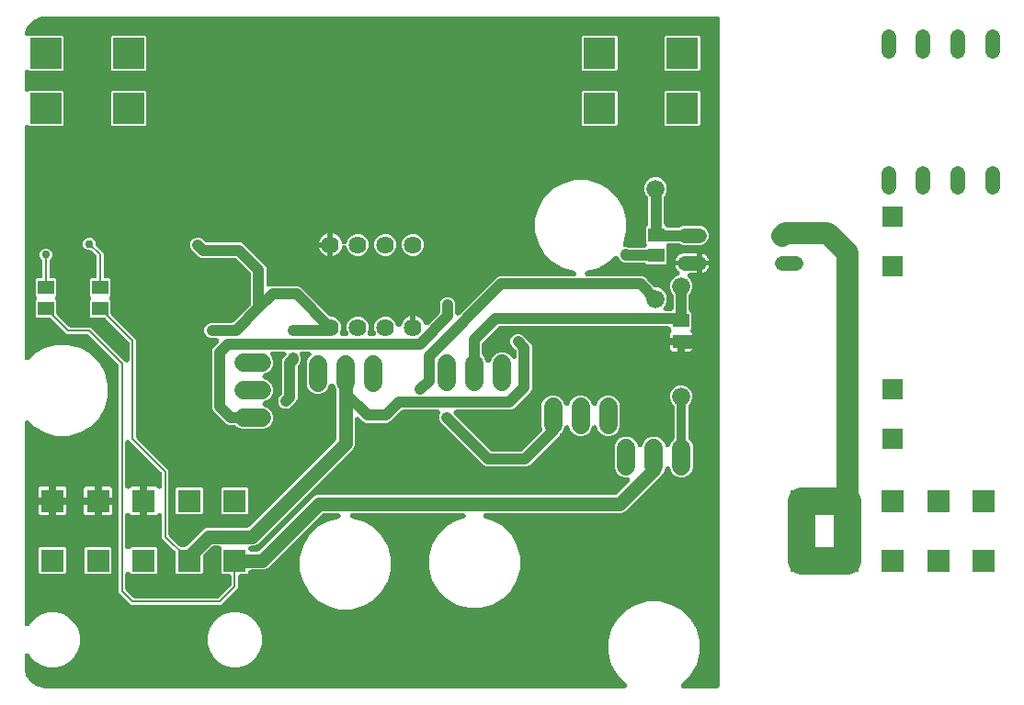
<source format=gbl>
G04 EAGLE Gerber RS-274X export*
G75*
%MOMM*%
%FSLAX34Y34*%
%LPD*%
%INBottom Copper*%
%IPPOS*%
%AMOC8*
5,1,8,0,0,1.08239X$1,22.5*%
G01*
%ADD10C,1.625600*%
%ADD11R,1.500000X1.300000*%
%ADD12C,1.676400*%
%ADD13C,1.676400*%
%ADD14C,1.320800*%
%ADD15R,2.100000X2.100000*%
%ADD16R,2.857500X2.857500*%
%ADD17R,1.950000X1.950000*%
%ADD18C,0.756400*%
%ADD19C,1.000000*%
%ADD20C,1.270000*%
%ADD21C,0.609600*%
%ADD22C,0.812800*%
%ADD23C,0.200000*%
%ADD24C,2.540000*%
%ADD25C,2.000000*%

G36*
X562823Y10162D02*
X562823Y10162D01*
X562840Y10161D01*
X563045Y10182D01*
X563251Y10201D01*
X563268Y10205D01*
X563285Y10207D01*
X563481Y10264D01*
X563682Y10319D01*
X563697Y10327D01*
X563714Y10331D01*
X563897Y10422D01*
X564085Y10512D01*
X564099Y10522D01*
X564114Y10530D01*
X564279Y10653D01*
X564447Y10774D01*
X564458Y10787D01*
X564472Y10797D01*
X564613Y10947D01*
X564756Y11096D01*
X564766Y11111D01*
X564777Y11123D01*
X564889Y11296D01*
X565003Y11468D01*
X565010Y11484D01*
X565019Y11498D01*
X565099Y11689D01*
X565180Y11879D01*
X565184Y11895D01*
X565191Y11911D01*
X565235Y12113D01*
X565282Y12314D01*
X565282Y12331D01*
X565286Y12347D01*
X565294Y12554D01*
X565304Y12760D01*
X565302Y12777D01*
X565302Y12794D01*
X565273Y12999D01*
X565246Y13203D01*
X565241Y13219D01*
X565238Y13236D01*
X565173Y13432D01*
X565110Y13628D01*
X565102Y13643D01*
X565097Y13660D01*
X564998Y13840D01*
X564901Y14023D01*
X564891Y14036D01*
X564883Y14051D01*
X564753Y14211D01*
X564625Y14374D01*
X564612Y14386D01*
X564602Y14399D01*
X564446Y14533D01*
X564359Y14610D01*
X556463Y22506D01*
X550945Y32063D01*
X548089Y42722D01*
X548089Y53758D01*
X550945Y64417D01*
X556463Y73974D01*
X564266Y81777D01*
X573823Y87295D01*
X584482Y90151D01*
X595518Y90151D01*
X606177Y87295D01*
X615734Y81777D01*
X623537Y73974D01*
X629055Y64417D01*
X631911Y53758D01*
X631911Y42722D01*
X629055Y32063D01*
X623537Y22506D01*
X615645Y14614D01*
X615579Y14568D01*
X615567Y14556D01*
X615553Y14546D01*
X615411Y14397D01*
X615265Y14250D01*
X615256Y14236D01*
X615244Y14224D01*
X615129Y14051D01*
X615013Y13881D01*
X615006Y13866D01*
X614997Y13852D01*
X614915Y13663D01*
X614830Y13474D01*
X614826Y13457D01*
X614820Y13441D01*
X614773Y13242D01*
X614723Y13040D01*
X614722Y13023D01*
X614718Y13006D01*
X614708Y12801D01*
X614695Y12594D01*
X614697Y12577D01*
X614696Y12560D01*
X614723Y12355D01*
X614747Y12150D01*
X614752Y12134D01*
X614754Y12117D01*
X614817Y11920D01*
X614877Y11723D01*
X614884Y11708D01*
X614890Y11692D01*
X614986Y11509D01*
X615080Y11325D01*
X615091Y11312D01*
X615099Y11297D01*
X615227Y11134D01*
X615352Y10971D01*
X615364Y10959D01*
X615375Y10946D01*
X615530Y10809D01*
X615682Y10670D01*
X615696Y10661D01*
X615709Y10649D01*
X615885Y10542D01*
X616060Y10432D01*
X616076Y10426D01*
X616091Y10417D01*
X616283Y10343D01*
X616475Y10266D01*
X616492Y10263D01*
X616508Y10257D01*
X616711Y10218D01*
X616913Y10177D01*
X616930Y10176D01*
X616946Y10173D01*
X617194Y10161D01*
X648000Y10161D01*
X648050Y10165D01*
X648100Y10163D01*
X648272Y10185D01*
X648445Y10201D01*
X648493Y10214D01*
X648543Y10220D01*
X648708Y10273D01*
X648876Y10319D01*
X648921Y10341D01*
X648968Y10356D01*
X649122Y10437D01*
X649278Y10512D01*
X649319Y10542D01*
X649363Y10565D01*
X649500Y10672D01*
X649640Y10774D01*
X649675Y10810D01*
X649714Y10841D01*
X649830Y10971D01*
X649950Y11096D01*
X649977Y11138D01*
X650011Y11176D01*
X650101Y11324D01*
X650197Y11468D01*
X650217Y11514D01*
X650243Y11557D01*
X650305Y11719D01*
X650374Y11879D01*
X650385Y11927D01*
X650403Y11974D01*
X650436Y12145D01*
X650475Y12314D01*
X650478Y12364D01*
X650487Y12413D01*
X650499Y12660D01*
X650499Y627340D01*
X650495Y627390D01*
X650497Y627440D01*
X650475Y627612D01*
X650459Y627785D01*
X650446Y627833D01*
X650440Y627883D01*
X650387Y628048D01*
X650341Y628216D01*
X650319Y628261D01*
X650304Y628308D01*
X650223Y628462D01*
X650148Y628618D01*
X650118Y628659D01*
X650095Y628703D01*
X649988Y628840D01*
X649886Y628980D01*
X649850Y629015D01*
X649819Y629054D01*
X649689Y629170D01*
X649564Y629290D01*
X649522Y629317D01*
X649484Y629351D01*
X649336Y629441D01*
X649192Y629537D01*
X649145Y629557D01*
X649103Y629583D01*
X648941Y629645D01*
X648781Y629714D01*
X648733Y629725D01*
X648686Y629743D01*
X648515Y629776D01*
X648346Y629815D01*
X648296Y629818D01*
X648247Y629827D01*
X648000Y629839D01*
X30000Y629839D01*
X29963Y629836D01*
X29837Y629834D01*
X27573Y629686D01*
X27453Y629667D01*
X27332Y629658D01*
X27163Y629621D01*
X27132Y629617D01*
X27118Y629612D01*
X27090Y629606D01*
X22717Y628434D01*
X22527Y628364D01*
X22335Y628297D01*
X22311Y628285D01*
X22298Y628280D01*
X22272Y628265D01*
X22115Y628184D01*
X18194Y625921D01*
X18029Y625805D01*
X17860Y625690D01*
X17840Y625672D01*
X17829Y625664D01*
X17808Y625643D01*
X17677Y625524D01*
X14476Y622323D01*
X14346Y622167D01*
X14213Y622013D01*
X14198Y621991D01*
X14190Y621980D01*
X14175Y621955D01*
X14079Y621806D01*
X11816Y617885D01*
X11730Y617701D01*
X11642Y617518D01*
X11633Y617493D01*
X11628Y617480D01*
X11620Y617451D01*
X11566Y617283D01*
X10864Y614664D01*
X10861Y614647D01*
X10856Y614632D01*
X10823Y614428D01*
X10788Y614224D01*
X10788Y614207D01*
X10785Y614191D01*
X10789Y613985D01*
X10791Y613777D01*
X10794Y613761D01*
X10794Y613744D01*
X10835Y613541D01*
X10873Y613338D01*
X10879Y613323D01*
X10882Y613306D01*
X10959Y613114D01*
X11032Y612921D01*
X11041Y612907D01*
X11047Y612891D01*
X11156Y612717D01*
X11263Y612539D01*
X11274Y612526D01*
X11283Y612512D01*
X11421Y612359D01*
X11559Y612204D01*
X11572Y612193D01*
X11583Y612181D01*
X11747Y612054D01*
X11909Y611926D01*
X11924Y611918D01*
X11937Y611908D01*
X12121Y611813D01*
X12303Y611716D01*
X12319Y611711D01*
X12334Y611703D01*
X12531Y611643D01*
X12728Y611579D01*
X12745Y611577D01*
X12761Y611572D01*
X12967Y611547D01*
X13171Y611520D01*
X13188Y611521D01*
X13204Y611519D01*
X13411Y611531D01*
X13617Y611541D01*
X13634Y611545D01*
X13650Y611546D01*
X13852Y611595D01*
X14053Y611641D01*
X14068Y611647D01*
X14084Y611651D01*
X14274Y611736D01*
X14463Y611817D01*
X14477Y611826D01*
X14493Y611833D01*
X14664Y611949D01*
X14836Y612063D01*
X14848Y612074D01*
X14862Y612084D01*
X14867Y612088D01*
X45116Y612088D01*
X46288Y610916D01*
X46288Y580684D01*
X45116Y579512D01*
X14884Y579512D01*
X14427Y579968D01*
X14322Y580056D01*
X14224Y580151D01*
X14151Y580199D01*
X14084Y580255D01*
X13965Y580322D01*
X13852Y580398D01*
X13772Y580432D01*
X13696Y580475D01*
X13567Y580521D01*
X13441Y580575D01*
X13357Y580595D01*
X13275Y580624D01*
X13140Y580645D01*
X13006Y580676D01*
X12920Y580681D01*
X12834Y580694D01*
X12697Y580692D01*
X12560Y580698D01*
X12474Y580687D01*
X12387Y580685D01*
X12253Y580658D01*
X12117Y580641D01*
X12034Y580614D01*
X11949Y580597D01*
X11822Y580547D01*
X11692Y580505D01*
X11615Y580464D01*
X11534Y580432D01*
X11418Y580360D01*
X11297Y580296D01*
X11229Y580242D01*
X11155Y580196D01*
X11053Y580104D01*
X10946Y580020D01*
X10888Y579955D01*
X10824Y579896D01*
X10740Y579788D01*
X10649Y579686D01*
X10604Y579611D01*
X10551Y579542D01*
X10488Y579421D01*
X10417Y579304D01*
X10386Y579223D01*
X10346Y579146D01*
X10306Y579015D01*
X10257Y578887D01*
X10240Y578802D01*
X10215Y578719D01*
X10199Y578583D01*
X10173Y578448D01*
X10166Y578312D01*
X10162Y578275D01*
X10163Y578252D01*
X10161Y578201D01*
X10161Y562599D01*
X10173Y562462D01*
X10176Y562326D01*
X10193Y562241D01*
X10201Y562154D01*
X10237Y562022D01*
X10264Y561888D01*
X10296Y561807D01*
X10319Y561723D01*
X10378Y561600D01*
X10429Y561473D01*
X10475Y561399D01*
X10512Y561321D01*
X10593Y561210D01*
X10665Y561094D01*
X10723Y561029D01*
X10774Y560959D01*
X10873Y560864D01*
X10965Y560762D01*
X11034Y560709D01*
X11096Y560649D01*
X11210Y560573D01*
X11319Y560490D01*
X11396Y560450D01*
X11468Y560402D01*
X11594Y560348D01*
X11716Y560285D01*
X11799Y560259D01*
X11879Y560225D01*
X12011Y560194D01*
X12143Y560154D01*
X12229Y560143D01*
X12314Y560124D01*
X12450Y560117D01*
X12586Y560101D01*
X12673Y560106D01*
X12760Y560102D01*
X12895Y560119D01*
X13032Y560127D01*
X13117Y560148D01*
X13203Y560159D01*
X13333Y560201D01*
X13466Y560233D01*
X13546Y560268D01*
X13628Y560295D01*
X13749Y560359D01*
X13874Y560414D01*
X13946Y560463D01*
X14023Y560504D01*
X14131Y560589D01*
X14244Y560666D01*
X14345Y560757D01*
X14374Y560780D01*
X14390Y560798D01*
X14427Y560832D01*
X14884Y561288D01*
X45116Y561288D01*
X46288Y560116D01*
X46288Y529884D01*
X45116Y528712D01*
X14884Y528712D01*
X14427Y529168D01*
X14322Y529256D01*
X14224Y529351D01*
X14151Y529399D01*
X14084Y529455D01*
X13965Y529522D01*
X13852Y529598D01*
X13772Y529632D01*
X13696Y529675D01*
X13567Y529721D01*
X13441Y529775D01*
X13357Y529795D01*
X13275Y529824D01*
X13140Y529845D01*
X13006Y529876D01*
X12920Y529881D01*
X12834Y529894D01*
X12697Y529892D01*
X12560Y529898D01*
X12474Y529887D01*
X12387Y529885D01*
X12253Y529858D01*
X12117Y529841D01*
X12034Y529814D01*
X11949Y529797D01*
X11822Y529747D01*
X11692Y529705D01*
X11615Y529664D01*
X11534Y529632D01*
X11418Y529560D01*
X11297Y529496D01*
X11229Y529442D01*
X11155Y529396D01*
X11053Y529304D01*
X10946Y529220D01*
X10888Y529155D01*
X10824Y529096D01*
X10740Y528988D01*
X10649Y528886D01*
X10604Y528811D01*
X10551Y528742D01*
X10488Y528621D01*
X10417Y528504D01*
X10386Y528423D01*
X10346Y528346D01*
X10306Y528215D01*
X10257Y528087D01*
X10240Y528002D01*
X10215Y527919D01*
X10199Y527783D01*
X10173Y527648D01*
X10166Y527512D01*
X10162Y527475D01*
X10163Y527452D01*
X10161Y527401D01*
X10161Y315225D01*
X10173Y315089D01*
X10176Y314952D01*
X10193Y314867D01*
X10201Y314780D01*
X10237Y314648D01*
X10264Y314514D01*
X10296Y314434D01*
X10319Y314350D01*
X10378Y314226D01*
X10429Y314099D01*
X10475Y314025D01*
X10512Y313947D01*
X10593Y313836D01*
X10665Y313720D01*
X10723Y313655D01*
X10774Y313585D01*
X10873Y313490D01*
X10965Y313389D01*
X11034Y313336D01*
X11096Y313275D01*
X11210Y313200D01*
X11319Y313116D01*
X11396Y313076D01*
X11468Y313028D01*
X11594Y312974D01*
X11716Y312911D01*
X11799Y312886D01*
X11879Y312851D01*
X12012Y312820D01*
X12143Y312780D01*
X12229Y312770D01*
X12314Y312750D01*
X12450Y312743D01*
X12586Y312727D01*
X12673Y312732D01*
X12760Y312728D01*
X12895Y312746D01*
X13032Y312754D01*
X13117Y312774D01*
X13203Y312786D01*
X13333Y312827D01*
X13466Y312859D01*
X13545Y312895D01*
X13628Y312921D01*
X13749Y312985D01*
X13874Y313041D01*
X13946Y313090D01*
X14023Y313130D01*
X14131Y313215D01*
X14244Y313292D01*
X14345Y313384D01*
X14374Y313406D01*
X14390Y313424D01*
X14427Y313458D01*
X19506Y318537D01*
X29063Y324055D01*
X39722Y326911D01*
X50758Y326911D01*
X61417Y324055D01*
X70974Y318537D01*
X78777Y310734D01*
X84295Y301177D01*
X87151Y290518D01*
X87151Y279482D01*
X84295Y268823D01*
X78777Y259266D01*
X70974Y251463D01*
X61417Y245945D01*
X50758Y243089D01*
X39722Y243089D01*
X29063Y245945D01*
X19506Y251463D01*
X14427Y256542D01*
X14322Y256630D01*
X14224Y256725D01*
X14151Y256773D01*
X14084Y256828D01*
X13966Y256896D01*
X13852Y256972D01*
X13772Y257006D01*
X13696Y257049D01*
X13567Y257095D01*
X13441Y257149D01*
X13357Y257168D01*
X13275Y257197D01*
X13139Y257219D01*
X13006Y257250D01*
X12920Y257254D01*
X12834Y257268D01*
X12697Y257265D01*
X12560Y257272D01*
X12474Y257261D01*
X12387Y257259D01*
X12253Y257232D01*
X12117Y257214D01*
X12034Y257188D01*
X11949Y257171D01*
X11822Y257120D01*
X11692Y257079D01*
X11615Y257038D01*
X11534Y257006D01*
X11418Y256934D01*
X11297Y256870D01*
X11229Y256816D01*
X11155Y256770D01*
X11053Y256678D01*
X10946Y256594D01*
X10888Y256528D01*
X10824Y256470D01*
X10740Y256362D01*
X10649Y256259D01*
X10604Y256185D01*
X10551Y256116D01*
X10488Y255995D01*
X10417Y255878D01*
X10386Y255796D01*
X10346Y255719D01*
X10306Y255589D01*
X10257Y255461D01*
X10240Y255375D01*
X10215Y255292D01*
X10199Y255157D01*
X10173Y255022D01*
X10166Y254885D01*
X10162Y254849D01*
X10163Y254825D01*
X10161Y254775D01*
X10161Y69794D01*
X10162Y69777D01*
X10161Y69761D01*
X10182Y69555D01*
X10201Y69349D01*
X10205Y69333D01*
X10207Y69316D01*
X10264Y69118D01*
X10319Y68918D01*
X10326Y68903D01*
X10331Y68887D01*
X10422Y68703D01*
X10512Y68515D01*
X10522Y68502D01*
X10530Y68487D01*
X10653Y68322D01*
X10774Y68154D01*
X10786Y68142D01*
X10796Y68129D01*
X10947Y67987D01*
X11096Y67844D01*
X11110Y67835D01*
X11123Y67823D01*
X11295Y67712D01*
X11468Y67597D01*
X11484Y67590D01*
X11498Y67581D01*
X11689Y67502D01*
X11879Y67420D01*
X11895Y67416D01*
X11910Y67410D01*
X12113Y67365D01*
X12314Y67319D01*
X12330Y67318D01*
X12347Y67314D01*
X12554Y67307D01*
X12760Y67297D01*
X12776Y67299D01*
X12793Y67298D01*
X12999Y67328D01*
X13203Y67354D01*
X13219Y67359D01*
X13235Y67362D01*
X13432Y67427D01*
X13628Y67490D01*
X13643Y67498D01*
X13659Y67503D01*
X13841Y67602D01*
X14023Y67699D01*
X14036Y67709D01*
X14051Y67717D01*
X14211Y67847D01*
X14374Y67975D01*
X14385Y67988D01*
X14398Y67998D01*
X14533Y68154D01*
X14671Y68309D01*
X14679Y68324D01*
X14690Y68336D01*
X14824Y68544D01*
X15866Y70349D01*
X20551Y75034D01*
X26288Y78346D01*
X32688Y80061D01*
X39312Y80061D01*
X45712Y78346D01*
X51449Y75034D01*
X56134Y70349D01*
X59446Y64612D01*
X61161Y58212D01*
X61161Y51588D01*
X59446Y45188D01*
X56134Y39451D01*
X51449Y34766D01*
X45712Y31454D01*
X39312Y29739D01*
X32688Y29739D01*
X26288Y31454D01*
X20551Y34766D01*
X15866Y39451D01*
X14824Y41256D01*
X14815Y41269D01*
X14808Y41285D01*
X14686Y41452D01*
X14567Y41621D01*
X14555Y41633D01*
X14546Y41646D01*
X14397Y41789D01*
X14249Y41935D01*
X14236Y41944D01*
X14224Y41956D01*
X14051Y42070D01*
X13881Y42187D01*
X13865Y42194D01*
X13852Y42203D01*
X13661Y42285D01*
X13473Y42369D01*
X13457Y42373D01*
X13441Y42380D01*
X13241Y42427D01*
X13039Y42476D01*
X13022Y42478D01*
X13006Y42481D01*
X12801Y42491D01*
X12593Y42505D01*
X12577Y42503D01*
X12560Y42503D01*
X12356Y42477D01*
X12150Y42453D01*
X12134Y42448D01*
X12117Y42446D01*
X11921Y42383D01*
X11722Y42323D01*
X11707Y42315D01*
X11692Y42310D01*
X11509Y42214D01*
X11325Y42119D01*
X11312Y42109D01*
X11297Y42101D01*
X11134Y41973D01*
X10970Y41848D01*
X10959Y41835D01*
X10946Y41825D01*
X10808Y41670D01*
X10669Y41517D01*
X10660Y41503D01*
X10649Y41491D01*
X10542Y41314D01*
X10432Y41139D01*
X10426Y41123D01*
X10417Y41109D01*
X10343Y40916D01*
X10266Y40724D01*
X10263Y40708D01*
X10257Y40692D01*
X10218Y40488D01*
X10177Y40286D01*
X10176Y40270D01*
X10173Y40253D01*
X10161Y40006D01*
X10161Y30000D01*
X10164Y29963D01*
X10166Y29837D01*
X10314Y27573D01*
X10333Y27453D01*
X10342Y27332D01*
X10379Y27163D01*
X10383Y27132D01*
X10388Y27118D01*
X10394Y27090D01*
X11566Y22717D01*
X11636Y22527D01*
X11703Y22335D01*
X11715Y22311D01*
X11720Y22298D01*
X11735Y22272D01*
X11816Y22115D01*
X14079Y18194D01*
X14195Y18029D01*
X14310Y17860D01*
X14328Y17840D01*
X14336Y17829D01*
X14357Y17808D01*
X14476Y17677D01*
X17677Y14476D01*
X17833Y14346D01*
X17987Y14213D01*
X18009Y14198D01*
X18020Y14190D01*
X18045Y14175D01*
X18194Y14079D01*
X22115Y11816D01*
X22145Y11802D01*
X22173Y11783D01*
X22329Y11716D01*
X22482Y11642D01*
X22508Y11633D01*
X22520Y11628D01*
X22548Y11620D01*
X22554Y11618D01*
X22583Y11606D01*
X22618Y11598D01*
X22717Y11566D01*
X27090Y10394D01*
X27210Y10373D01*
X27327Y10343D01*
X27499Y10323D01*
X27530Y10318D01*
X27544Y10318D01*
X27573Y10314D01*
X29837Y10166D01*
X29874Y10167D01*
X30000Y10161D01*
X562806Y10161D01*
X562823Y10162D01*
G37*
%LPC*%
G36*
X300402Y83089D02*
X300402Y83089D01*
X289743Y85945D01*
X280186Y91463D01*
X272383Y99266D01*
X266865Y108823D01*
X264009Y119482D01*
X264009Y130518D01*
X266865Y141177D01*
X272383Y150734D01*
X280186Y158537D01*
X289743Y164055D01*
X299750Y166736D01*
X299863Y166777D01*
X299979Y166809D01*
X300072Y166854D01*
X300169Y166890D01*
X300273Y166950D01*
X300382Y167002D01*
X300465Y167063D01*
X300555Y167116D01*
X300646Y167194D01*
X300743Y167264D01*
X300815Y167339D01*
X300894Y167406D01*
X300970Y167500D01*
X301053Y167586D01*
X301110Y167673D01*
X301176Y167753D01*
X301234Y167858D01*
X301300Y167958D01*
X301341Y168054D01*
X301391Y168144D01*
X301430Y168258D01*
X301477Y168369D01*
X301501Y168469D01*
X301534Y168568D01*
X301551Y168687D01*
X301578Y168804D01*
X301583Y168907D01*
X301598Y169010D01*
X301594Y169130D01*
X301600Y169250D01*
X301587Y169352D01*
X301584Y169456D01*
X301558Y169574D01*
X301543Y169693D01*
X301511Y169791D01*
X301490Y169893D01*
X301444Y170004D01*
X301407Y170118D01*
X301359Y170210D01*
X301319Y170306D01*
X301254Y170407D01*
X301198Y170513D01*
X301134Y170595D01*
X301078Y170682D01*
X300996Y170770D01*
X300922Y170864D01*
X300844Y170933D01*
X300774Y171009D01*
X300678Y171081D01*
X300588Y171161D01*
X300499Y171214D01*
X300416Y171277D01*
X300309Y171330D01*
X300206Y171393D01*
X300109Y171430D01*
X300017Y171476D01*
X299901Y171510D01*
X299789Y171553D01*
X299687Y171573D01*
X299588Y171602D01*
X299469Y171614D01*
X299350Y171637D01*
X299173Y171646D01*
X299144Y171649D01*
X299130Y171648D01*
X299103Y171649D01*
X285994Y171649D01*
X285808Y171633D01*
X285622Y171621D01*
X285586Y171613D01*
X285549Y171609D01*
X285369Y171560D01*
X285188Y171516D01*
X285154Y171501D01*
X285119Y171491D01*
X284950Y171410D01*
X284780Y171334D01*
X284749Y171314D01*
X284716Y171298D01*
X284565Y171188D01*
X284410Y171083D01*
X284373Y171049D01*
X284354Y171036D01*
X284329Y171009D01*
X284227Y170917D01*
X234130Y120821D01*
X231061Y119549D01*
X219000Y119549D01*
X218950Y119545D01*
X218900Y119547D01*
X218728Y119525D01*
X218555Y119509D01*
X218507Y119496D01*
X218457Y119490D01*
X218292Y119437D01*
X218124Y119391D01*
X218079Y119369D01*
X218032Y119354D01*
X217878Y119273D01*
X217722Y119198D01*
X217681Y119168D01*
X217637Y119145D01*
X217500Y119038D01*
X217360Y118936D01*
X217325Y118900D01*
X217286Y118869D01*
X217170Y118739D01*
X217050Y118614D01*
X217023Y118572D01*
X216989Y118534D01*
X216899Y118386D01*
X216803Y118242D01*
X216783Y118196D01*
X216757Y118153D01*
X216695Y117991D01*
X216626Y117831D01*
X216615Y117783D01*
X216597Y117736D01*
X216564Y117565D01*
X216525Y117396D01*
X216522Y117346D01*
X216513Y117297D01*
X216501Y117050D01*
X216501Y116571D01*
X215329Y115399D01*
X209500Y115399D01*
X209450Y115395D01*
X209400Y115397D01*
X209228Y115375D01*
X209055Y115359D01*
X209007Y115346D01*
X208957Y115340D01*
X208792Y115287D01*
X208624Y115241D01*
X208579Y115219D01*
X208532Y115204D01*
X208378Y115123D01*
X208222Y115048D01*
X208181Y115018D01*
X208137Y114995D01*
X208000Y114888D01*
X207860Y114786D01*
X207825Y114750D01*
X207786Y114719D01*
X207670Y114589D01*
X207550Y114464D01*
X207523Y114422D01*
X207489Y114384D01*
X207399Y114236D01*
X207303Y114092D01*
X207283Y114046D01*
X207257Y114003D01*
X207195Y113841D01*
X207126Y113681D01*
X207115Y113633D01*
X207097Y113586D01*
X207064Y113415D01*
X207025Y113246D01*
X207022Y113196D01*
X207013Y113147D01*
X207001Y112900D01*
X207001Y102757D01*
X191243Y86999D01*
X108757Y86999D01*
X106268Y89489D01*
X106267Y89489D01*
X99489Y96267D01*
X96999Y98757D01*
X96999Y307722D01*
X96983Y307908D01*
X96971Y308094D01*
X96963Y308130D01*
X96959Y308167D01*
X96910Y308347D01*
X96866Y308528D01*
X96851Y308562D01*
X96841Y308597D01*
X96760Y308766D01*
X96684Y308936D01*
X96664Y308967D01*
X96648Y309000D01*
X96538Y309151D01*
X96433Y309306D01*
X96399Y309343D01*
X96386Y309362D01*
X96359Y309388D01*
X96267Y309489D01*
X69489Y336267D01*
X69346Y336387D01*
X69206Y336511D01*
X69175Y336530D01*
X69146Y336554D01*
X68984Y336646D01*
X68825Y336743D01*
X68790Y336756D01*
X68758Y336774D01*
X68582Y336836D01*
X68408Y336903D01*
X68371Y336910D01*
X68336Y336923D01*
X68152Y336952D01*
X67969Y336987D01*
X67919Y336990D01*
X67895Y336993D01*
X67858Y336992D01*
X67722Y336999D01*
X49257Y336999D01*
X46767Y339489D01*
X34989Y351267D01*
X34846Y351387D01*
X34706Y351511D01*
X34675Y351530D01*
X34646Y351554D01*
X34484Y351646D01*
X34325Y351743D01*
X34290Y351756D01*
X34258Y351774D01*
X34082Y351836D01*
X33908Y351903D01*
X33871Y351910D01*
X33836Y351923D01*
X33652Y351952D01*
X33469Y351987D01*
X33419Y351990D01*
X33395Y351993D01*
X33358Y351992D01*
X33222Y351999D01*
X21671Y351999D01*
X20499Y353171D01*
X20499Y367829D01*
X20903Y368233D01*
X20935Y368271D01*
X20972Y368305D01*
X21078Y368442D01*
X21190Y368576D01*
X21214Y368619D01*
X21245Y368659D01*
X21325Y368813D01*
X21410Y368964D01*
X21427Y369011D01*
X21450Y369056D01*
X21501Y369221D01*
X21559Y369385D01*
X21566Y369435D01*
X21581Y369483D01*
X21602Y369655D01*
X21629Y369826D01*
X21628Y369876D01*
X21634Y369926D01*
X21624Y370100D01*
X21620Y370273D01*
X21610Y370322D01*
X21607Y370372D01*
X21566Y370540D01*
X21532Y370711D01*
X21514Y370758D01*
X21502Y370806D01*
X21431Y370965D01*
X21367Y371126D01*
X21341Y371168D01*
X21321Y371214D01*
X21223Y371358D01*
X21131Y371505D01*
X21098Y371542D01*
X21069Y371584D01*
X20903Y371767D01*
X20499Y372171D01*
X20499Y386829D01*
X21671Y388001D01*
X24500Y388001D01*
X24550Y388005D01*
X24600Y388003D01*
X24772Y388025D01*
X24945Y388041D01*
X24993Y388054D01*
X25043Y388060D01*
X25208Y388113D01*
X25376Y388159D01*
X25421Y388181D01*
X25468Y388196D01*
X25622Y388277D01*
X25778Y388352D01*
X25819Y388382D01*
X25863Y388405D01*
X26000Y388512D01*
X26140Y388614D01*
X26175Y388650D01*
X26214Y388681D01*
X26330Y388811D01*
X26450Y388936D01*
X26477Y388978D01*
X26511Y389016D01*
X26601Y389164D01*
X26697Y389308D01*
X26717Y389354D01*
X26743Y389397D01*
X26805Y389559D01*
X26874Y389719D01*
X26885Y389767D01*
X26903Y389814D01*
X26936Y389985D01*
X26975Y390154D01*
X26978Y390203D01*
X26987Y390253D01*
X26999Y390500D01*
X26999Y403787D01*
X26983Y403973D01*
X26971Y404160D01*
X26963Y404195D01*
X26959Y404232D01*
X26910Y404413D01*
X26866Y404594D01*
X26851Y404627D01*
X26841Y404663D01*
X26760Y404832D01*
X26684Y405002D01*
X26664Y405032D01*
X26648Y405066D01*
X26538Y405217D01*
X26433Y405371D01*
X26399Y405409D01*
X26386Y405428D01*
X26359Y405453D01*
X26267Y405555D01*
X25098Y406724D01*
X24217Y408850D01*
X24217Y411150D01*
X25098Y413276D01*
X26724Y414902D01*
X28850Y415783D01*
X31150Y415783D01*
X33276Y414902D01*
X34902Y413276D01*
X35783Y411150D01*
X35783Y408850D01*
X34902Y406724D01*
X33733Y405555D01*
X33613Y405411D01*
X33489Y405272D01*
X33470Y405240D01*
X33446Y405212D01*
X33354Y405050D01*
X33257Y404890D01*
X33244Y404856D01*
X33226Y404824D01*
X33164Y404648D01*
X33097Y404473D01*
X33090Y404437D01*
X33077Y404402D01*
X33048Y404218D01*
X33013Y404035D01*
X33010Y403984D01*
X33007Y403961D01*
X33008Y403924D01*
X33001Y403787D01*
X33001Y390500D01*
X33005Y390450D01*
X33003Y390400D01*
X33025Y390228D01*
X33041Y390055D01*
X33054Y390007D01*
X33060Y389957D01*
X33113Y389792D01*
X33159Y389624D01*
X33181Y389579D01*
X33196Y389532D01*
X33277Y389378D01*
X33352Y389222D01*
X33382Y389181D01*
X33405Y389137D01*
X33512Y389000D01*
X33614Y388860D01*
X33650Y388825D01*
X33681Y388786D01*
X33811Y388670D01*
X33936Y388550D01*
X33978Y388523D01*
X34016Y388489D01*
X34164Y388399D01*
X34308Y388303D01*
X34354Y388283D01*
X34397Y388257D01*
X34559Y388195D01*
X34719Y388126D01*
X34767Y388115D01*
X34814Y388097D01*
X34985Y388064D01*
X35154Y388025D01*
X35204Y388022D01*
X35253Y388013D01*
X35500Y388001D01*
X38329Y388001D01*
X39501Y386829D01*
X39501Y372171D01*
X39097Y371767D01*
X39065Y371729D01*
X39027Y371695D01*
X38922Y371558D01*
X38810Y371424D01*
X38786Y371381D01*
X38755Y371341D01*
X38675Y371187D01*
X38590Y371036D01*
X38573Y370989D01*
X38550Y370944D01*
X38499Y370778D01*
X38441Y370615D01*
X38433Y370565D01*
X38419Y370517D01*
X38398Y370345D01*
X38371Y370174D01*
X38372Y370124D01*
X38366Y370074D01*
X38376Y369900D01*
X38380Y369727D01*
X38390Y369678D01*
X38393Y369628D01*
X38434Y369459D01*
X38468Y369289D01*
X38486Y369243D01*
X38498Y369194D01*
X38569Y369035D01*
X38633Y368874D01*
X38659Y368831D01*
X38680Y368786D01*
X38777Y368642D01*
X38869Y368495D01*
X38902Y368458D01*
X38931Y368416D01*
X39097Y368233D01*
X39501Y367829D01*
X39501Y356278D01*
X39517Y356092D01*
X39529Y355906D01*
X39537Y355870D01*
X39541Y355833D01*
X39590Y355653D01*
X39634Y355472D01*
X39649Y355438D01*
X39659Y355403D01*
X39740Y355234D01*
X39816Y355064D01*
X39836Y355033D01*
X39852Y355000D01*
X39962Y354849D01*
X40067Y354694D01*
X40101Y354657D01*
X40114Y354638D01*
X40141Y354612D01*
X40233Y354511D01*
X51011Y343733D01*
X51154Y343613D01*
X51294Y343489D01*
X51325Y343470D01*
X51354Y343446D01*
X51516Y343354D01*
X51675Y343257D01*
X51710Y343244D01*
X51742Y343226D01*
X51918Y343164D01*
X52092Y343097D01*
X52129Y343090D01*
X52163Y343077D01*
X52348Y343048D01*
X52531Y343013D01*
X52581Y343010D01*
X52605Y343007D01*
X52642Y343008D01*
X52778Y343001D01*
X71243Y343001D01*
X100511Y313733D01*
X102733Y311511D01*
X102838Y311423D01*
X102936Y311328D01*
X103009Y311280D01*
X103076Y311225D01*
X103195Y311157D01*
X103308Y311081D01*
X103388Y311047D01*
X103464Y311004D01*
X103593Y310958D01*
X103719Y310904D01*
X103803Y310885D01*
X103885Y310856D01*
X104021Y310834D01*
X104154Y310803D01*
X104240Y310799D01*
X104326Y310785D01*
X104463Y310788D01*
X104600Y310781D01*
X104686Y310792D01*
X104773Y310794D01*
X104907Y310821D01*
X105043Y310839D01*
X105126Y310865D01*
X105211Y310882D01*
X105338Y310933D01*
X105468Y310974D01*
X105545Y311015D01*
X105626Y311047D01*
X105742Y311119D01*
X105863Y311183D01*
X105931Y311237D01*
X106005Y311283D01*
X106107Y311375D01*
X106214Y311459D01*
X106272Y311525D01*
X106336Y311583D01*
X106420Y311691D01*
X106511Y311794D01*
X106556Y311868D01*
X106609Y311937D01*
X106672Y312058D01*
X106743Y312175D01*
X106774Y312256D01*
X106814Y312334D01*
X106854Y312464D01*
X106903Y312592D01*
X106920Y312678D01*
X106945Y312761D01*
X106961Y312896D01*
X106987Y313031D01*
X106994Y313168D01*
X106998Y313204D01*
X106997Y313228D01*
X106999Y313278D01*
X106999Y328222D01*
X106983Y328408D01*
X106971Y328594D01*
X106963Y328630D01*
X106959Y328667D01*
X106910Y328847D01*
X106866Y329028D01*
X106851Y329062D01*
X106841Y329097D01*
X106760Y329266D01*
X106684Y329436D01*
X106664Y329467D01*
X106648Y329500D01*
X106538Y329651D01*
X106433Y329806D01*
X106399Y329843D01*
X106386Y329862D01*
X106359Y329888D01*
X106267Y329989D01*
X84989Y351267D01*
X84846Y351387D01*
X84706Y351511D01*
X84675Y351530D01*
X84646Y351554D01*
X84484Y351646D01*
X84325Y351743D01*
X84290Y351756D01*
X84258Y351774D01*
X84082Y351836D01*
X83908Y351903D01*
X83871Y351910D01*
X83836Y351923D01*
X83652Y351952D01*
X83469Y351987D01*
X83419Y351990D01*
X83395Y351993D01*
X83358Y351992D01*
X83222Y351999D01*
X71671Y351999D01*
X70499Y353171D01*
X70499Y367829D01*
X70903Y368233D01*
X70935Y368271D01*
X70972Y368305D01*
X71078Y368442D01*
X71190Y368576D01*
X71214Y368619D01*
X71245Y368659D01*
X71325Y368813D01*
X71410Y368964D01*
X71427Y369011D01*
X71450Y369056D01*
X71501Y369221D01*
X71559Y369385D01*
X71566Y369435D01*
X71581Y369483D01*
X71602Y369655D01*
X71629Y369826D01*
X71628Y369876D01*
X71634Y369926D01*
X71624Y370100D01*
X71620Y370273D01*
X71610Y370322D01*
X71607Y370372D01*
X71566Y370540D01*
X71532Y370711D01*
X71514Y370758D01*
X71502Y370806D01*
X71431Y370965D01*
X71367Y371126D01*
X71341Y371168D01*
X71321Y371214D01*
X71223Y371358D01*
X71131Y371505D01*
X71098Y371542D01*
X71069Y371584D01*
X70903Y371767D01*
X70499Y372171D01*
X70499Y386829D01*
X71671Y388001D01*
X74500Y388001D01*
X74550Y388005D01*
X74600Y388003D01*
X74772Y388025D01*
X74945Y388041D01*
X74993Y388054D01*
X75043Y388060D01*
X75208Y388113D01*
X75376Y388159D01*
X75421Y388181D01*
X75468Y388196D01*
X75622Y388277D01*
X75778Y388352D01*
X75819Y388382D01*
X75863Y388405D01*
X76000Y388512D01*
X76140Y388614D01*
X76175Y388650D01*
X76214Y388681D01*
X76330Y388811D01*
X76450Y388936D01*
X76477Y388978D01*
X76511Y389016D01*
X76601Y389164D01*
X76697Y389308D01*
X76717Y389354D01*
X76743Y389397D01*
X76805Y389559D01*
X76874Y389719D01*
X76885Y389767D01*
X76903Y389814D01*
X76936Y389985D01*
X76975Y390154D01*
X76978Y390203D01*
X76987Y390253D01*
X76999Y390500D01*
X76999Y407722D01*
X76983Y407908D01*
X76971Y408094D01*
X76963Y408130D01*
X76959Y408167D01*
X76910Y408347D01*
X76866Y408528D01*
X76851Y408562D01*
X76841Y408597D01*
X76760Y408766D01*
X76684Y408936D01*
X76664Y408967D01*
X76648Y409000D01*
X76538Y409151D01*
X76433Y409306D01*
X76399Y409343D01*
X76386Y409362D01*
X76359Y409388D01*
X76267Y409489D01*
X72271Y413485D01*
X72128Y413605D01*
X71988Y413729D01*
X71957Y413748D01*
X71928Y413772D01*
X71766Y413864D01*
X71607Y413961D01*
X71572Y413974D01*
X71540Y413992D01*
X71364Y414054D01*
X71190Y414121D01*
X71153Y414128D01*
X71118Y414141D01*
X70934Y414170D01*
X70751Y414205D01*
X70701Y414208D01*
X70677Y414211D01*
X70640Y414210D01*
X70504Y414217D01*
X68850Y414217D01*
X66724Y415098D01*
X65098Y416724D01*
X64217Y418850D01*
X64217Y421150D01*
X65098Y423276D01*
X66724Y424902D01*
X68850Y425783D01*
X71150Y425783D01*
X73276Y424902D01*
X74902Y423276D01*
X75783Y421150D01*
X75783Y419496D01*
X75799Y419310D01*
X75811Y419124D01*
X75819Y419088D01*
X75823Y419051D01*
X75872Y418871D01*
X75916Y418690D01*
X75931Y418656D01*
X75941Y418621D01*
X76022Y418452D01*
X76098Y418282D01*
X76118Y418251D01*
X76134Y418218D01*
X76244Y418067D01*
X76349Y417912D01*
X76383Y417875D01*
X76396Y417856D01*
X76423Y417830D01*
X76515Y417729D01*
X83001Y411243D01*
X83001Y390500D01*
X83005Y390450D01*
X83003Y390400D01*
X83025Y390228D01*
X83041Y390055D01*
X83054Y390007D01*
X83060Y389957D01*
X83113Y389792D01*
X83159Y389624D01*
X83181Y389579D01*
X83196Y389532D01*
X83277Y389378D01*
X83352Y389222D01*
X83382Y389181D01*
X83405Y389137D01*
X83512Y389000D01*
X83614Y388860D01*
X83650Y388825D01*
X83681Y388786D01*
X83811Y388670D01*
X83936Y388550D01*
X83978Y388523D01*
X84016Y388489D01*
X84164Y388399D01*
X84308Y388303D01*
X84354Y388283D01*
X84397Y388257D01*
X84559Y388195D01*
X84719Y388126D01*
X84767Y388115D01*
X84814Y388097D01*
X84985Y388064D01*
X85154Y388025D01*
X85204Y388022D01*
X85253Y388013D01*
X85500Y388001D01*
X88329Y388001D01*
X89501Y386829D01*
X89501Y372171D01*
X89097Y371767D01*
X89065Y371729D01*
X89027Y371695D01*
X88922Y371558D01*
X88810Y371424D01*
X88786Y371381D01*
X88755Y371341D01*
X88675Y371187D01*
X88590Y371036D01*
X88573Y370989D01*
X88550Y370944D01*
X88499Y370778D01*
X88441Y370615D01*
X88433Y370565D01*
X88419Y370517D01*
X88398Y370345D01*
X88371Y370174D01*
X88372Y370124D01*
X88366Y370074D01*
X88376Y369900D01*
X88380Y369727D01*
X88390Y369678D01*
X88393Y369628D01*
X88434Y369459D01*
X88468Y369289D01*
X88486Y369243D01*
X88498Y369194D01*
X88569Y369035D01*
X88633Y368874D01*
X88659Y368831D01*
X88680Y368786D01*
X88777Y368642D01*
X88869Y368495D01*
X88902Y368458D01*
X88931Y368416D01*
X89097Y368233D01*
X89501Y367829D01*
X89501Y356278D01*
X89517Y356092D01*
X89529Y355906D01*
X89537Y355870D01*
X89541Y355833D01*
X89590Y355653D01*
X89634Y355472D01*
X89649Y355438D01*
X89659Y355403D01*
X89740Y355234D01*
X89816Y355064D01*
X89836Y355033D01*
X89852Y355000D01*
X89962Y354849D01*
X90067Y354694D01*
X90101Y354657D01*
X90114Y354638D01*
X90141Y354612D01*
X90233Y354511D01*
X113001Y331743D01*
X113001Y242278D01*
X113017Y242092D01*
X113029Y241906D01*
X113037Y241870D01*
X113041Y241833D01*
X113090Y241653D01*
X113134Y241472D01*
X113149Y241438D01*
X113159Y241403D01*
X113240Y241234D01*
X113316Y241064D01*
X113336Y241033D01*
X113352Y241000D01*
X113462Y240849D01*
X113567Y240694D01*
X113601Y240657D01*
X113614Y240638D01*
X113641Y240612D01*
X113733Y240511D01*
X143001Y211243D01*
X143001Y152178D01*
X143017Y151992D01*
X143029Y151806D01*
X143037Y151770D01*
X143041Y151733D01*
X143090Y151553D01*
X143134Y151372D01*
X143149Y151338D01*
X143159Y151303D01*
X143240Y151134D01*
X143316Y150964D01*
X143336Y150933D01*
X143352Y150900D01*
X143462Y150749D01*
X143567Y150594D01*
X143601Y150557D01*
X143614Y150538D01*
X143641Y150512D01*
X143733Y150411D01*
X153011Y141133D01*
X153154Y141013D01*
X153294Y140889D01*
X153325Y140870D01*
X153354Y140846D01*
X153516Y140754D01*
X153675Y140657D01*
X153710Y140644D01*
X153742Y140626D01*
X153918Y140564D01*
X154092Y140497D01*
X154129Y140490D01*
X154164Y140477D01*
X154348Y140448D01*
X154531Y140413D01*
X154581Y140410D01*
X154605Y140407D01*
X154642Y140408D01*
X154778Y140401D01*
X157556Y140401D01*
X157742Y140417D01*
X157928Y140429D01*
X157964Y140437D01*
X158001Y140441D01*
X158181Y140490D01*
X158362Y140534D01*
X158396Y140549D01*
X158431Y140559D01*
X158600Y140640D01*
X158770Y140716D01*
X158801Y140736D01*
X158834Y140752D01*
X158985Y140862D01*
X159140Y140967D01*
X159177Y141001D01*
X159196Y141014D01*
X159221Y141041D01*
X159323Y141133D01*
X175270Y157079D01*
X178339Y158351D01*
X215506Y158351D01*
X215692Y158367D01*
X215878Y158379D01*
X215914Y158387D01*
X215951Y158391D01*
X216131Y158440D01*
X216312Y158484D01*
X216346Y158499D01*
X216381Y158509D01*
X216550Y158590D01*
X216720Y158666D01*
X216751Y158686D01*
X216784Y158702D01*
X216935Y158812D01*
X217090Y158917D01*
X217127Y158951D01*
X217146Y158964D01*
X217171Y158991D01*
X217273Y159083D01*
X296837Y238647D01*
X296957Y238790D01*
X297081Y238930D01*
X297100Y238961D01*
X297124Y238990D01*
X297216Y239152D01*
X297313Y239311D01*
X297326Y239346D01*
X297344Y239378D01*
X297406Y239554D01*
X297473Y239728D01*
X297480Y239765D01*
X297493Y239800D01*
X297522Y239984D01*
X297557Y240167D01*
X297560Y240217D01*
X297563Y240241D01*
X297562Y240278D01*
X297569Y240414D01*
X297569Y284510D01*
X297553Y284696D01*
X297541Y284883D01*
X297533Y284918D01*
X297529Y284955D01*
X297480Y285135D01*
X297436Y285317D01*
X297421Y285350D01*
X297411Y285386D01*
X297330Y285554D01*
X297254Y285725D01*
X297234Y285755D01*
X297218Y285788D01*
X297186Y285832D01*
X295529Y289833D01*
X295466Y289954D01*
X295411Y290079D01*
X295362Y290151D01*
X295322Y290228D01*
X295238Y290336D01*
X295162Y290450D01*
X295101Y290512D01*
X295048Y290581D01*
X294946Y290672D01*
X294850Y290771D01*
X294780Y290821D01*
X294715Y290879D01*
X294598Y290951D01*
X294487Y291030D01*
X294409Y291068D01*
X294335Y291113D01*
X294207Y291163D01*
X294083Y291222D01*
X293999Y291244D01*
X293918Y291276D01*
X293784Y291302D01*
X293652Y291338D01*
X293565Y291345D01*
X293480Y291362D01*
X293343Y291364D01*
X293207Y291376D01*
X293120Y291367D01*
X293034Y291369D01*
X292898Y291346D01*
X292762Y291333D01*
X292679Y291310D01*
X292593Y291296D01*
X292464Y291249D01*
X292332Y291213D01*
X292254Y291175D01*
X292172Y291145D01*
X292054Y291077D01*
X291931Y291017D01*
X291860Y290966D01*
X291785Y290922D01*
X291681Y290834D01*
X291570Y290753D01*
X291510Y290690D01*
X291444Y290634D01*
X291356Y290529D01*
X291262Y290430D01*
X291215Y290357D01*
X291159Y290290D01*
X291092Y290171D01*
X291017Y290056D01*
X290958Y289933D01*
X290940Y289901D01*
X290933Y289878D01*
X290911Y289833D01*
X289322Y285997D01*
X286401Y283076D01*
X282585Y281495D01*
X278455Y281495D01*
X274639Y283076D01*
X271718Y285997D01*
X270137Y289813D01*
X270137Y310707D01*
X271718Y314523D01*
X273699Y316505D01*
X273787Y316610D01*
X273882Y316708D01*
X273930Y316781D01*
X273986Y316848D01*
X274053Y316967D01*
X274129Y317080D01*
X274164Y317160D01*
X274207Y317236D01*
X274252Y317365D01*
X274306Y317491D01*
X274326Y317575D01*
X274355Y317657D01*
X274376Y317793D01*
X274407Y317926D01*
X274412Y318012D01*
X274425Y318098D01*
X274423Y318235D01*
X274429Y318372D01*
X274418Y318458D01*
X274416Y318545D01*
X274389Y318679D01*
X274372Y318815D01*
X274345Y318898D01*
X274328Y318983D01*
X274278Y319110D01*
X274236Y319240D01*
X274195Y319317D01*
X274163Y319398D01*
X274091Y319514D01*
X274027Y319635D01*
X273973Y319703D01*
X273927Y319777D01*
X273835Y319879D01*
X273751Y319986D01*
X273686Y320044D01*
X273627Y320108D01*
X273519Y320192D01*
X273417Y320283D01*
X273342Y320328D01*
X273273Y320381D01*
X273152Y320444D01*
X273035Y320515D01*
X272954Y320546D01*
X272877Y320586D01*
X272746Y320626D01*
X272618Y320675D01*
X272533Y320692D01*
X272450Y320717D01*
X272314Y320733D01*
X272179Y320759D01*
X272043Y320766D01*
X272006Y320770D01*
X271983Y320769D01*
X271932Y320771D01*
X266318Y320771D01*
X266225Y320763D01*
X266132Y320764D01*
X266003Y320743D01*
X265873Y320731D01*
X265783Y320707D01*
X265691Y320691D01*
X265568Y320647D01*
X265443Y320613D01*
X265358Y320572D01*
X265270Y320541D01*
X265157Y320476D01*
X265040Y320420D01*
X264964Y320365D01*
X264883Y320318D01*
X264784Y320234D01*
X264678Y320158D01*
X264613Y320090D01*
X264542Y320030D01*
X264459Y319930D01*
X264368Y319836D01*
X264317Y319758D01*
X264257Y319686D01*
X264193Y319572D01*
X264121Y319464D01*
X264084Y319378D01*
X264038Y319296D01*
X263996Y319173D01*
X263944Y319053D01*
X263923Y318963D01*
X263892Y318874D01*
X263872Y318745D01*
X263843Y318618D01*
X263838Y318525D01*
X263824Y318433D01*
X263827Y318302D01*
X263821Y318172D01*
X263833Y318080D01*
X263835Y317986D01*
X263862Y317858D01*
X263879Y317729D01*
X263907Y317640D01*
X263926Y317549D01*
X264009Y317316D01*
X264661Y315743D01*
X264661Y311957D01*
X263595Y309384D01*
X262433Y308222D01*
X262313Y308079D01*
X262189Y307939D01*
X262170Y307908D01*
X262146Y307879D01*
X262054Y307717D01*
X261957Y307558D01*
X261944Y307523D01*
X261926Y307491D01*
X261864Y307315D01*
X261797Y307141D01*
X261790Y307105D01*
X261777Y307070D01*
X261748Y306885D01*
X261713Y306702D01*
X261710Y306652D01*
X261707Y306629D01*
X261708Y306592D01*
X261701Y306455D01*
X261701Y277307D01*
X260635Y274734D01*
X254966Y269065D01*
X252393Y267999D01*
X249607Y267999D01*
X247034Y269065D01*
X245065Y271034D01*
X243999Y273607D01*
X243999Y276393D01*
X245065Y278966D01*
X246967Y280868D01*
X247070Y280990D01*
X247094Y281015D01*
X247102Y281028D01*
X247211Y281151D01*
X247230Y281182D01*
X247254Y281211D01*
X247346Y281373D01*
X247443Y281532D01*
X247456Y281567D01*
X247474Y281599D01*
X247536Y281775D01*
X247603Y281949D01*
X247610Y281985D01*
X247623Y282020D01*
X247652Y282205D01*
X247687Y282388D01*
X247690Y282438D01*
X247693Y282461D01*
X247692Y282498D01*
X247699Y282635D01*
X247699Y311783D01*
X248765Y314356D01*
X250666Y316257D01*
X250758Y316367D01*
X250857Y316471D01*
X250901Y316538D01*
X250953Y316600D01*
X251023Y316724D01*
X251102Y316844D01*
X251155Y316956D01*
X251174Y316988D01*
X251182Y317013D01*
X251208Y317068D01*
X251311Y317315D01*
X251339Y317405D01*
X251376Y317491D01*
X251405Y317617D01*
X251444Y317742D01*
X251456Y317835D01*
X251477Y317926D01*
X251483Y318056D01*
X251500Y318185D01*
X251494Y318278D01*
X251499Y318372D01*
X251482Y318501D01*
X251475Y318631D01*
X251454Y318722D01*
X251441Y318815D01*
X251402Y318939D01*
X251372Y319066D01*
X251334Y319151D01*
X251306Y319240D01*
X251245Y319356D01*
X251193Y319475D01*
X251141Y319552D01*
X251097Y319635D01*
X251016Y319738D01*
X250944Y319846D01*
X250878Y319913D01*
X250821Y319986D01*
X250723Y320073D01*
X250632Y320166D01*
X250556Y320221D01*
X250486Y320283D01*
X250375Y320350D01*
X250269Y320426D01*
X250185Y320466D01*
X250105Y320515D01*
X249983Y320561D01*
X249865Y320617D01*
X249775Y320642D01*
X249688Y320675D01*
X249560Y320700D01*
X249434Y320734D01*
X249341Y320741D01*
X249249Y320759D01*
X249002Y320771D01*
X239228Y320771D01*
X239091Y320759D01*
X238955Y320756D01*
X238870Y320739D01*
X238783Y320731D01*
X238651Y320695D01*
X238517Y320668D01*
X238436Y320636D01*
X238352Y320613D01*
X238229Y320554D01*
X238102Y320503D01*
X238028Y320457D01*
X237950Y320420D01*
X237838Y320339D01*
X237723Y320267D01*
X237658Y320209D01*
X237588Y320158D01*
X237493Y320059D01*
X237391Y319967D01*
X237338Y319898D01*
X237278Y319836D01*
X237202Y319722D01*
X237119Y319613D01*
X237079Y319536D01*
X237031Y319464D01*
X236977Y319338D01*
X236914Y319216D01*
X236888Y319133D01*
X236854Y319053D01*
X236823Y318920D01*
X236783Y318789D01*
X236772Y318703D01*
X236753Y318618D01*
X236746Y318482D01*
X236730Y318346D01*
X236735Y318259D01*
X236731Y318172D01*
X236748Y318037D01*
X236756Y317900D01*
X236777Y317815D01*
X236788Y317729D01*
X236830Y317599D01*
X236862Y317466D01*
X236898Y317386D01*
X236924Y317304D01*
X236988Y317183D01*
X237043Y317058D01*
X237092Y316986D01*
X237133Y316909D01*
X237218Y316801D01*
X237295Y316688D01*
X237386Y316587D01*
X237409Y316558D01*
X237427Y316542D01*
X237461Y316505D01*
X237684Y316281D01*
X239265Y312465D01*
X239265Y308335D01*
X237684Y304519D01*
X234763Y301598D01*
X230927Y300009D01*
X230806Y299946D01*
X230681Y299891D01*
X230609Y299842D01*
X230532Y299802D01*
X230423Y299718D01*
X230310Y299642D01*
X230248Y299581D01*
X230179Y299528D01*
X230088Y299426D01*
X229989Y299330D01*
X229939Y299260D01*
X229881Y299195D01*
X229809Y299078D01*
X229729Y298967D01*
X229692Y298889D01*
X229647Y298814D01*
X229597Y298687D01*
X229538Y298563D01*
X229516Y298479D01*
X229484Y298398D01*
X229458Y298264D01*
X229422Y298132D01*
X229415Y298045D01*
X229398Y297960D01*
X229396Y297823D01*
X229384Y297687D01*
X229393Y297600D01*
X229391Y297513D01*
X229414Y297378D01*
X229427Y297242D01*
X229450Y297159D01*
X229464Y297073D01*
X229510Y296944D01*
X229547Y296812D01*
X229585Y296734D01*
X229615Y296652D01*
X229683Y296534D01*
X229743Y296410D01*
X229794Y296340D01*
X229838Y296265D01*
X229926Y296160D01*
X230007Y296050D01*
X230070Y295990D01*
X230126Y295924D01*
X230231Y295837D01*
X230330Y295742D01*
X230403Y295694D01*
X230470Y295639D01*
X230589Y295572D01*
X230704Y295497D01*
X230827Y295438D01*
X230859Y295420D01*
X230882Y295413D01*
X230927Y295391D01*
X234763Y293802D01*
X237684Y290881D01*
X239265Y287065D01*
X239265Y282935D01*
X237684Y279119D01*
X234763Y276198D01*
X230927Y274609D01*
X230806Y274546D01*
X230681Y274491D01*
X230609Y274442D01*
X230532Y274402D01*
X230423Y274318D01*
X230310Y274242D01*
X230248Y274181D01*
X230179Y274128D01*
X230088Y274026D01*
X229989Y273930D01*
X229939Y273860D01*
X229881Y273795D01*
X229809Y273678D01*
X229729Y273567D01*
X229692Y273489D01*
X229647Y273414D01*
X229597Y273287D01*
X229538Y273163D01*
X229516Y273079D01*
X229484Y272998D01*
X229458Y272864D01*
X229422Y272732D01*
X229415Y272645D01*
X229398Y272560D01*
X229396Y272423D01*
X229384Y272287D01*
X229393Y272200D01*
X229391Y272113D01*
X229414Y271978D01*
X229427Y271842D01*
X229450Y271759D01*
X229464Y271673D01*
X229511Y271544D01*
X229547Y271412D01*
X229585Y271334D01*
X229615Y271252D01*
X229683Y271134D01*
X229743Y271010D01*
X229794Y270940D01*
X229838Y270865D01*
X229926Y270760D01*
X230007Y270650D01*
X230070Y270590D01*
X230126Y270524D01*
X230231Y270437D01*
X230330Y270342D01*
X230403Y270294D01*
X230470Y270239D01*
X230589Y270172D01*
X230704Y270097D01*
X230827Y270038D01*
X230859Y270020D01*
X230882Y270013D01*
X230927Y269991D01*
X234763Y268402D01*
X237684Y265481D01*
X239265Y261665D01*
X239265Y257535D01*
X237684Y253719D01*
X234763Y250798D01*
X230947Y249217D01*
X210053Y249217D01*
X206237Y250798D01*
X205167Y251867D01*
X205024Y251987D01*
X204885Y252111D01*
X204853Y252130D01*
X204825Y252154D01*
X204662Y252246D01*
X204503Y252343D01*
X204468Y252356D01*
X204436Y252374D01*
X204260Y252436D01*
X204086Y252503D01*
X204050Y252510D01*
X204015Y252522D01*
X203831Y252552D01*
X203647Y252587D01*
X203597Y252590D01*
X203574Y252593D01*
X203537Y252592D01*
X203400Y252599D01*
X199007Y252599D01*
X196434Y253665D01*
X184065Y266034D01*
X182999Y268607D01*
X182999Y321393D01*
X184065Y323966D01*
X186386Y326286D01*
X186386Y326287D01*
X188832Y328733D01*
X188920Y328838D01*
X189015Y328936D01*
X189063Y329009D01*
X189119Y329076D01*
X189186Y329195D01*
X189262Y329308D01*
X189296Y329388D01*
X189339Y329464D01*
X189385Y329593D01*
X189439Y329719D01*
X189459Y329803D01*
X189488Y329885D01*
X189509Y330021D01*
X189540Y330154D01*
X189544Y330240D01*
X189558Y330326D01*
X189555Y330463D01*
X189562Y330600D01*
X189551Y330686D01*
X189549Y330773D01*
X189522Y330907D01*
X189505Y331043D01*
X189478Y331126D01*
X189461Y331211D01*
X189411Y331338D01*
X189369Y331468D01*
X189328Y331545D01*
X189296Y331626D01*
X189224Y331742D01*
X189160Y331863D01*
X189106Y331931D01*
X189060Y332005D01*
X188968Y332107D01*
X188884Y332214D01*
X188819Y332272D01*
X188760Y332336D01*
X188652Y332420D01*
X188549Y332511D01*
X188475Y332556D01*
X188406Y332609D01*
X188285Y332672D01*
X188168Y332743D01*
X188087Y332774D01*
X188009Y332814D01*
X187879Y332854D01*
X187751Y332903D01*
X187665Y332920D01*
X187582Y332945D01*
X187447Y332961D01*
X187312Y332987D01*
X187176Y332994D01*
X187139Y332998D01*
X187115Y332997D01*
X187065Y332999D01*
X181607Y332999D01*
X179034Y334065D01*
X177065Y336034D01*
X175999Y338607D01*
X175999Y341393D01*
X177065Y343966D01*
X179034Y345935D01*
X181607Y347001D01*
X201065Y347001D01*
X201251Y347017D01*
X201437Y347029D01*
X201473Y347037D01*
X201510Y347041D01*
X201690Y347090D01*
X201871Y347134D01*
X201905Y347149D01*
X201941Y347159D01*
X202109Y347240D01*
X202279Y347316D01*
X202310Y347336D01*
X202343Y347352D01*
X202494Y347462D01*
X202649Y347567D01*
X202686Y347601D01*
X202705Y347614D01*
X202731Y347641D01*
X202832Y347733D01*
X218267Y363168D01*
X218387Y363311D01*
X218511Y363451D01*
X218530Y363482D01*
X218554Y363511D01*
X218646Y363673D01*
X218743Y363832D01*
X218756Y363867D01*
X218774Y363899D01*
X218836Y364075D01*
X218903Y364249D01*
X218910Y364285D01*
X218923Y364320D01*
X218952Y364505D01*
X218987Y364688D01*
X218990Y364738D01*
X218993Y364761D01*
X218992Y364798D01*
X218999Y364935D01*
X218999Y392065D01*
X218983Y392251D01*
X218971Y392437D01*
X218963Y392473D01*
X218959Y392510D01*
X218910Y392690D01*
X218866Y392871D01*
X218851Y392905D01*
X218841Y392941D01*
X218760Y393109D01*
X218684Y393279D01*
X218664Y393310D01*
X218648Y393343D01*
X218538Y393494D01*
X218433Y393649D01*
X218399Y393686D01*
X218386Y393705D01*
X218359Y393731D01*
X218267Y393832D01*
X205832Y406267D01*
X205689Y406387D01*
X205549Y406511D01*
X205518Y406530D01*
X205489Y406554D01*
X205327Y406646D01*
X205168Y406743D01*
X205133Y406756D01*
X205101Y406774D01*
X204925Y406836D01*
X204751Y406903D01*
X204715Y406910D01*
X204680Y406923D01*
X204495Y406952D01*
X204312Y406987D01*
X204262Y406990D01*
X204239Y406993D01*
X204202Y406992D01*
X204065Y406999D01*
X173607Y406999D01*
X171034Y408065D01*
X164065Y415034D01*
X162999Y417607D01*
X162999Y420393D01*
X164065Y422966D01*
X166034Y424935D01*
X168607Y426001D01*
X171393Y426001D01*
X173966Y424935D01*
X177168Y421733D01*
X177311Y421613D01*
X177451Y421489D01*
X177482Y421470D01*
X177511Y421446D01*
X177673Y421354D01*
X177832Y421257D01*
X177867Y421244D01*
X177899Y421226D01*
X178075Y421164D01*
X178249Y421097D01*
X178285Y421090D01*
X178320Y421077D01*
X178505Y421048D01*
X178688Y421013D01*
X178738Y421010D01*
X178761Y421007D01*
X178798Y421008D01*
X178935Y421001D01*
X209393Y421001D01*
X211966Y419935D01*
X231935Y399966D01*
X233001Y397393D01*
X233001Y382833D01*
X233009Y382740D01*
X233008Y382646D01*
X233029Y382518D01*
X233041Y382388D01*
X233065Y382298D01*
X233081Y382206D01*
X233125Y382083D01*
X233159Y381957D01*
X233200Y381873D01*
X233231Y381785D01*
X233296Y381672D01*
X233352Y381555D01*
X233407Y381479D01*
X233454Y381398D01*
X233538Y381298D01*
X233614Y381193D01*
X233682Y381128D01*
X233742Y381057D01*
X233843Y380973D01*
X233936Y380883D01*
X234014Y380832D01*
X234086Y380772D01*
X234200Y380708D01*
X234308Y380636D01*
X234394Y380599D01*
X234476Y380553D01*
X234599Y380511D01*
X234719Y380459D01*
X234810Y380438D01*
X234898Y380407D01*
X235027Y380387D01*
X235154Y380358D01*
X235247Y380353D01*
X235339Y380339D01*
X235470Y380342D01*
X235600Y380336D01*
X235692Y380348D01*
X235786Y380350D01*
X235914Y380377D01*
X236043Y380393D01*
X236132Y380422D01*
X236223Y380441D01*
X236456Y380524D01*
X237607Y381001D01*
X262193Y381001D01*
X264766Y379935D01*
X290940Y353761D01*
X291083Y353641D01*
X291223Y353517D01*
X291254Y353498D01*
X291283Y353474D01*
X291445Y353382D01*
X291604Y353285D01*
X291639Y353272D01*
X291671Y353254D01*
X291847Y353192D01*
X292021Y353125D01*
X292057Y353118D01*
X292092Y353105D01*
X292277Y353076D01*
X292460Y353041D01*
X292510Y353038D01*
X292533Y353035D01*
X292570Y353036D01*
X292707Y353029D01*
X293915Y353029D01*
X297637Y351487D01*
X300487Y348637D01*
X302029Y344915D01*
X302029Y340885D01*
X300928Y338228D01*
X300900Y338139D01*
X300863Y338053D01*
X300834Y337927D01*
X300795Y337802D01*
X300783Y337709D01*
X300762Y337618D01*
X300756Y337488D01*
X300739Y337359D01*
X300745Y337265D01*
X300740Y337172D01*
X300757Y337043D01*
X300764Y336913D01*
X300786Y336822D01*
X300798Y336729D01*
X300837Y336605D01*
X300867Y336478D01*
X300905Y336393D01*
X300933Y336304D01*
X300994Y336189D01*
X301046Y336069D01*
X301099Y335991D01*
X301142Y335909D01*
X301223Y335807D01*
X301296Y335698D01*
X301361Y335631D01*
X301419Y335558D01*
X301516Y335471D01*
X301607Y335378D01*
X301683Y335323D01*
X301753Y335261D01*
X301864Y335194D01*
X301970Y335118D01*
X302055Y335078D01*
X302134Y335029D01*
X302256Y334982D01*
X302374Y334927D01*
X302464Y334902D01*
X302551Y334869D01*
X302680Y334844D01*
X302805Y334810D01*
X302898Y334803D01*
X302990Y334785D01*
X303237Y334773D01*
X305963Y334773D01*
X306056Y334781D01*
X306149Y334780D01*
X306278Y334801D01*
X306408Y334813D01*
X306498Y334837D01*
X306590Y334853D01*
X306713Y334897D01*
X306838Y334931D01*
X306923Y334972D01*
X307011Y335003D01*
X307124Y335068D01*
X307241Y335124D01*
X307317Y335179D01*
X307398Y335226D01*
X307497Y335310D01*
X307603Y335386D01*
X307668Y335454D01*
X307739Y335514D01*
X307822Y335614D01*
X307913Y335708D01*
X307964Y335786D01*
X308024Y335858D01*
X308088Y335972D01*
X308160Y336080D01*
X308197Y336166D01*
X308243Y336248D01*
X308285Y336371D01*
X308337Y336491D01*
X308358Y336581D01*
X308388Y336670D01*
X308408Y336799D01*
X308438Y336926D01*
X308443Y337019D01*
X308457Y337111D01*
X308454Y337242D01*
X308460Y337372D01*
X308448Y337464D01*
X308446Y337558D01*
X308419Y337686D01*
X308402Y337815D01*
X308374Y337904D01*
X308355Y337995D01*
X308272Y338228D01*
X307171Y340885D01*
X307171Y344915D01*
X308713Y348637D01*
X311563Y351487D01*
X315285Y353029D01*
X319315Y353029D01*
X323037Y351487D01*
X325887Y348637D01*
X327429Y344915D01*
X327429Y340885D01*
X326328Y338228D01*
X326300Y338139D01*
X326263Y338053D01*
X326234Y337927D01*
X326195Y337802D01*
X326183Y337709D01*
X326162Y337618D01*
X326156Y337488D01*
X326139Y337359D01*
X326145Y337265D01*
X326140Y337172D01*
X326157Y337043D01*
X326164Y336913D01*
X326186Y336822D01*
X326198Y336729D01*
X326237Y336605D01*
X326267Y336478D01*
X326305Y336393D01*
X326333Y336304D01*
X326394Y336189D01*
X326446Y336069D01*
X326499Y335991D01*
X326542Y335909D01*
X326623Y335807D01*
X326696Y335698D01*
X326761Y335631D01*
X326819Y335558D01*
X326916Y335471D01*
X327007Y335378D01*
X327083Y335323D01*
X327153Y335261D01*
X327264Y335194D01*
X327370Y335118D01*
X327455Y335078D01*
X327534Y335029D01*
X327656Y334982D01*
X327774Y334927D01*
X327864Y334902D01*
X327951Y334869D01*
X328080Y334844D01*
X328205Y334810D01*
X328298Y334803D01*
X328390Y334785D01*
X328637Y334773D01*
X331363Y334773D01*
X331456Y334781D01*
X331549Y334780D01*
X331678Y334801D01*
X331808Y334813D01*
X331898Y334837D01*
X331990Y334853D01*
X332113Y334897D01*
X332238Y334931D01*
X332323Y334972D01*
X332411Y335003D01*
X332524Y335068D01*
X332641Y335124D01*
X332717Y335179D01*
X332798Y335226D01*
X332897Y335310D01*
X333003Y335386D01*
X333068Y335454D01*
X333139Y335514D01*
X333222Y335614D01*
X333313Y335708D01*
X333364Y335786D01*
X333424Y335858D01*
X333488Y335972D01*
X333560Y336080D01*
X333597Y336166D01*
X333643Y336248D01*
X333685Y336371D01*
X333737Y336491D01*
X333758Y336581D01*
X333788Y336670D01*
X333808Y336799D01*
X333838Y336926D01*
X333843Y337019D01*
X333857Y337111D01*
X333854Y337242D01*
X333860Y337372D01*
X333848Y337464D01*
X333846Y337558D01*
X333819Y337686D01*
X333802Y337815D01*
X333774Y337904D01*
X333755Y337995D01*
X333672Y338228D01*
X332571Y340885D01*
X332571Y344915D01*
X334113Y348637D01*
X336963Y351487D01*
X340685Y353029D01*
X344715Y353029D01*
X348437Y351487D01*
X351287Y348637D01*
X352902Y344739D01*
X352998Y344555D01*
X353092Y344370D01*
X353101Y344357D01*
X353109Y344343D01*
X353237Y344179D01*
X353361Y344014D01*
X353373Y344003D01*
X353383Y343990D01*
X353538Y343852D01*
X353690Y343712D01*
X353704Y343703D01*
X353716Y343692D01*
X353893Y343583D01*
X354068Y343473D01*
X354082Y343467D01*
X354096Y343458D01*
X354289Y343383D01*
X354481Y343305D01*
X354497Y343301D01*
X354512Y343296D01*
X354716Y343256D01*
X354919Y343213D01*
X354935Y343213D01*
X354950Y343209D01*
X355159Y343206D01*
X355365Y343201D01*
X355381Y343203D01*
X355397Y343203D01*
X355602Y343237D01*
X355807Y343268D01*
X355822Y343273D01*
X355838Y343276D01*
X356033Y343346D01*
X356229Y343413D01*
X356243Y343421D01*
X356258Y343426D01*
X356438Y343529D01*
X356619Y343631D01*
X356632Y343641D01*
X356646Y343649D01*
X356804Y343783D01*
X356964Y343915D01*
X356975Y343927D01*
X356987Y343937D01*
X357118Y344096D01*
X357253Y344255D01*
X357261Y344269D01*
X357272Y344281D01*
X357373Y344462D01*
X357477Y344642D01*
X357482Y344657D01*
X357490Y344671D01*
X357558Y344867D01*
X357628Y345062D01*
X357633Y345083D01*
X357636Y345093D01*
X357640Y345119D01*
X357679Y345304D01*
X357694Y345398D01*
X358213Y346995D01*
X358975Y348492D01*
X359962Y349850D01*
X361150Y351038D01*
X362508Y352025D01*
X364005Y352787D01*
X365601Y353306D01*
X365601Y342900D01*
X365605Y342850D01*
X365603Y342801D01*
X365625Y342629D01*
X365640Y342455D01*
X365654Y342407D01*
X365660Y342358D01*
X365713Y342192D01*
X365759Y342025D01*
X365781Y341980D01*
X365796Y341932D01*
X365877Y341779D01*
X365952Y341622D01*
X365982Y341581D01*
X366005Y341537D01*
X366112Y341401D01*
X366214Y341260D01*
X366250Y341225D01*
X366281Y341186D01*
X366411Y341071D01*
X366536Y340951D01*
X366578Y340923D01*
X366615Y340890D01*
X366764Y340800D01*
X366908Y340703D01*
X366954Y340684D01*
X366997Y340658D01*
X367159Y340595D01*
X367318Y340526D01*
X367367Y340515D01*
X367414Y340497D01*
X367585Y340464D01*
X367753Y340425D01*
X367803Y340423D01*
X367853Y340413D01*
X368100Y340401D01*
X368150Y340406D01*
X368200Y340403D01*
X368372Y340425D01*
X368545Y340441D01*
X368593Y340454D01*
X368643Y340461D01*
X368808Y340513D01*
X368976Y340559D01*
X369021Y340581D01*
X369069Y340596D01*
X369222Y340677D01*
X369378Y340753D01*
X369419Y340782D01*
X369463Y340806D01*
X369600Y340913D01*
X369740Y341015D01*
X369775Y341051D01*
X369814Y341082D01*
X369930Y341212D01*
X370050Y341337D01*
X370078Y341378D01*
X370111Y341416D01*
X370201Y341564D01*
X370297Y341709D01*
X370317Y341755D01*
X370343Y341797D01*
X370405Y341959D01*
X370474Y342119D01*
X370485Y342167D01*
X370503Y342214D01*
X370536Y342385D01*
X370575Y342554D01*
X370578Y342604D01*
X370587Y342653D01*
X370599Y342900D01*
X370599Y353306D01*
X372195Y352787D01*
X373692Y352025D01*
X375050Y351038D01*
X376238Y349850D01*
X377225Y348492D01*
X377987Y346995D01*
X378125Y346571D01*
X378200Y346395D01*
X378271Y346217D01*
X378288Y346189D01*
X378301Y346160D01*
X378406Y346000D01*
X378507Y345838D01*
X378529Y345814D01*
X378546Y345787D01*
X378679Y345648D01*
X378807Y345506D01*
X378832Y345487D01*
X378855Y345463D01*
X379009Y345351D01*
X379161Y345234D01*
X379189Y345219D01*
X379215Y345200D01*
X379387Y345117D01*
X379558Y345029D01*
X379589Y345019D01*
X379617Y345005D01*
X379802Y344954D01*
X379985Y344898D01*
X380017Y344894D01*
X380048Y344885D01*
X380238Y344867D01*
X380428Y344845D01*
X380460Y344847D01*
X380492Y344844D01*
X380683Y344860D01*
X380874Y344871D01*
X380905Y344879D01*
X380937Y344882D01*
X381123Y344932D01*
X381308Y344977D01*
X381337Y344990D01*
X381369Y344999D01*
X381542Y345081D01*
X381716Y345158D01*
X381743Y345176D01*
X381772Y345190D01*
X381928Y345302D01*
X382086Y345409D01*
X382118Y345439D01*
X382135Y345451D01*
X382160Y345477D01*
X382269Y345576D01*
X392267Y355574D01*
X392387Y355717D01*
X392511Y355856D01*
X392530Y355888D01*
X392554Y355916D01*
X392646Y356079D01*
X392743Y356238D01*
X392756Y356273D01*
X392774Y356305D01*
X392836Y356481D01*
X392903Y356655D01*
X392910Y356691D01*
X392923Y356726D01*
X392952Y356910D01*
X392987Y357094D01*
X392990Y357144D01*
X392993Y357167D01*
X392992Y357204D01*
X392999Y357341D01*
X392999Y365393D01*
X394065Y367966D01*
X396034Y369935D01*
X398607Y371001D01*
X401393Y371001D01*
X403966Y369935D01*
X405935Y367966D01*
X407001Y365393D01*
X407001Y356470D01*
X407013Y356334D01*
X407016Y356197D01*
X407033Y356112D01*
X407041Y356026D01*
X407077Y355893D01*
X407104Y355760D01*
X407136Y355679D01*
X407159Y355595D01*
X407218Y355471D01*
X407269Y355344D01*
X407315Y355271D01*
X407352Y355192D01*
X407433Y355081D01*
X407505Y354965D01*
X407563Y354901D01*
X407614Y354830D01*
X407713Y354735D01*
X407805Y354634D01*
X407874Y354581D01*
X407936Y354521D01*
X408050Y354445D01*
X408159Y354362D01*
X408236Y354322D01*
X408308Y354273D01*
X408434Y354219D01*
X408556Y354156D01*
X408639Y354131D01*
X408719Y354096D01*
X408852Y354066D01*
X408983Y354025D01*
X409069Y354015D01*
X409154Y353995D01*
X409290Y353989D01*
X409426Y353972D01*
X409513Y353977D01*
X409600Y353973D01*
X409735Y353991D01*
X409872Y353999D01*
X409957Y354020D01*
X410043Y354031D01*
X410173Y354072D01*
X410306Y354105D01*
X410385Y354140D01*
X410468Y354166D01*
X410589Y354230D01*
X410714Y354286D01*
X410786Y354335D01*
X410863Y354376D01*
X410971Y354460D01*
X411084Y354537D01*
X411185Y354629D01*
X411214Y354652D01*
X411230Y354669D01*
X411267Y354703D01*
X443178Y386614D01*
X445499Y388935D01*
X448072Y390001D01*
X516094Y390001D01*
X516213Y390011D01*
X516334Y390012D01*
X516435Y390031D01*
X516539Y390041D01*
X516655Y390073D01*
X516773Y390095D01*
X516869Y390132D01*
X516969Y390159D01*
X517078Y390211D01*
X517190Y390254D01*
X517278Y390307D01*
X517372Y390352D01*
X517470Y390423D01*
X517572Y390485D01*
X517650Y390553D01*
X517734Y390614D01*
X517817Y390701D01*
X517907Y390780D01*
X517972Y390862D01*
X518043Y390936D01*
X518110Y391036D01*
X518185Y391131D01*
X518233Y391222D01*
X518291Y391308D01*
X518338Y391419D01*
X518395Y391525D01*
X518427Y391623D01*
X518468Y391719D01*
X518495Y391836D01*
X518532Y391950D01*
X518545Y392053D01*
X518569Y392154D01*
X518575Y392273D01*
X518591Y392393D01*
X518586Y392497D01*
X518591Y392600D01*
X518575Y392719D01*
X518570Y392839D01*
X518547Y392940D01*
X518533Y393043D01*
X518497Y393157D01*
X518470Y393274D01*
X518429Y393370D01*
X518398Y393468D01*
X518341Y393575D01*
X518294Y393685D01*
X518237Y393772D01*
X518189Y393863D01*
X518114Y393958D01*
X518048Y394058D01*
X517976Y394133D01*
X517912Y394214D01*
X517822Y394294D01*
X517739Y394381D01*
X517656Y394442D01*
X517578Y394511D01*
X517475Y394573D01*
X517378Y394644D01*
X517285Y394689D01*
X517197Y394743D01*
X517084Y394786D01*
X516976Y394838D01*
X516808Y394892D01*
X516780Y394903D01*
X516766Y394906D01*
X516741Y394914D01*
X506323Y397705D01*
X496766Y403223D01*
X488963Y411026D01*
X483445Y420583D01*
X480589Y431242D01*
X480589Y442278D01*
X483445Y452937D01*
X488963Y462494D01*
X496766Y470297D01*
X506323Y475815D01*
X516982Y478671D01*
X528018Y478671D01*
X538677Y475815D01*
X548234Y470297D01*
X556037Y462494D01*
X561555Y452937D01*
X564411Y442278D01*
X564411Y431242D01*
X561529Y420486D01*
X561463Y420345D01*
X561454Y420312D01*
X561441Y420281D01*
X561398Y420096D01*
X561350Y419912D01*
X561348Y419879D01*
X561340Y419846D01*
X561331Y419657D01*
X561316Y419467D01*
X561320Y419434D01*
X561318Y419400D01*
X561342Y419212D01*
X561362Y419023D01*
X561371Y418990D01*
X561376Y418957D01*
X561433Y418776D01*
X561486Y418593D01*
X561501Y418563D01*
X561511Y418532D01*
X561600Y418364D01*
X561685Y418193D01*
X561705Y418166D01*
X561720Y418137D01*
X561838Y417987D01*
X561951Y417835D01*
X561976Y417812D01*
X561996Y417786D01*
X562139Y417660D01*
X562277Y417530D01*
X562306Y417512D01*
X562331Y417489D01*
X562493Y417391D01*
X562653Y417287D01*
X562684Y417275D01*
X562712Y417257D01*
X562889Y417189D01*
X563065Y417116D01*
X563098Y417109D01*
X563129Y417097D01*
X563316Y417061D01*
X563502Y417020D01*
X563535Y417019D01*
X563568Y417013D01*
X563815Y417001D01*
X565393Y417001D01*
X566140Y416691D01*
X566277Y416648D01*
X566411Y416597D01*
X566490Y416582D01*
X566567Y416558D01*
X566709Y416540D01*
X566850Y416513D01*
X566973Y416507D01*
X567010Y416502D01*
X567037Y416504D01*
X567097Y416501D01*
X581136Y416501D01*
X581272Y416513D01*
X581409Y416516D01*
X581494Y416533D01*
X581581Y416541D01*
X581713Y416577D01*
X581847Y416604D01*
X581928Y416636D01*
X582012Y416659D01*
X582135Y416718D01*
X582262Y416769D01*
X582336Y416815D01*
X582414Y416852D01*
X582526Y416933D01*
X582641Y417005D01*
X582706Y417063D01*
X582776Y417114D01*
X582871Y417213D01*
X582972Y417305D01*
X583026Y417374D01*
X583086Y417436D01*
X583161Y417550D01*
X583245Y417659D01*
X583285Y417736D01*
X583333Y417808D01*
X583387Y417934D01*
X583450Y418056D01*
X583476Y418139D01*
X583510Y418219D01*
X583541Y418352D01*
X583581Y418483D01*
X583592Y418569D01*
X583611Y418654D01*
X583618Y418790D01*
X583634Y418926D01*
X583629Y419013D01*
X583633Y419100D01*
X583616Y419235D01*
X583607Y419372D01*
X583587Y419457D01*
X583576Y419543D01*
X583534Y419673D01*
X583502Y419806D01*
X583466Y419885D01*
X583440Y419968D01*
X583376Y420089D01*
X583321Y420214D01*
X583272Y420286D01*
X583231Y420363D01*
X583146Y420471D01*
X583069Y420584D01*
X582978Y420685D01*
X582955Y420714D01*
X582937Y420730D01*
X582903Y420767D01*
X582499Y421171D01*
X582499Y435829D01*
X584267Y437597D01*
X584387Y437740D01*
X584511Y437879D01*
X584530Y437911D01*
X584554Y437940D01*
X584646Y438102D01*
X584743Y438261D01*
X584756Y438296D01*
X584774Y438328D01*
X584836Y438504D01*
X584903Y438678D01*
X584910Y438714D01*
X584923Y438749D01*
X584952Y438934D01*
X584987Y439117D01*
X584990Y439167D01*
X584993Y439190D01*
X584992Y439227D01*
X584999Y439364D01*
X584999Y461582D01*
X584983Y461768D01*
X584971Y461954D01*
X584963Y461990D01*
X584959Y462027D01*
X584910Y462207D01*
X584866Y462388D01*
X584851Y462422D01*
X584841Y462458D01*
X584760Y462626D01*
X584684Y462796D01*
X584664Y462827D01*
X584648Y462860D01*
X584538Y463011D01*
X584433Y463166D01*
X584399Y463203D01*
X584386Y463222D01*
X584359Y463248D01*
X584267Y463349D01*
X582698Y464919D01*
X581117Y468735D01*
X581117Y472865D01*
X582698Y476681D01*
X585619Y479602D01*
X589435Y481183D01*
X593565Y481183D01*
X597381Y479602D01*
X600302Y476681D01*
X601883Y472865D01*
X601883Y468735D01*
X600302Y464919D01*
X599733Y464349D01*
X599613Y464206D01*
X599489Y464067D01*
X599470Y464035D01*
X599446Y464006D01*
X599354Y463845D01*
X599257Y463685D01*
X599244Y463650D01*
X599226Y463618D01*
X599164Y463442D01*
X599097Y463268D01*
X599090Y463232D01*
X599077Y463197D01*
X599048Y463012D01*
X599013Y462829D01*
X599010Y462779D01*
X599007Y462756D01*
X599008Y462719D01*
X599001Y462582D01*
X599001Y439364D01*
X599017Y439178D01*
X599029Y438992D01*
X599037Y438956D01*
X599041Y438919D01*
X599090Y438739D01*
X599134Y438558D01*
X599149Y438524D01*
X599159Y438488D01*
X599240Y438320D01*
X599316Y438150D01*
X599336Y438119D01*
X599352Y438086D01*
X599462Y437935D01*
X599567Y437780D01*
X599601Y437743D01*
X599614Y437724D01*
X599641Y437698D01*
X599733Y437597D01*
X601897Y435433D01*
X602040Y435313D01*
X602179Y435189D01*
X602211Y435170D01*
X602240Y435146D01*
X602402Y435054D01*
X602561Y434957D01*
X602596Y434944D01*
X602628Y434926D01*
X602804Y434864D01*
X602978Y434797D01*
X603014Y434790D01*
X603049Y434777D01*
X603234Y434748D01*
X603417Y434713D01*
X603467Y434710D01*
X603490Y434707D01*
X603527Y434708D01*
X603664Y434701D01*
X612611Y434701D01*
X612753Y434714D01*
X612897Y434717D01*
X612976Y434733D01*
X613056Y434741D01*
X613194Y434779D01*
X613334Y434808D01*
X613450Y434849D01*
X613486Y434859D01*
X613511Y434871D01*
X613567Y434891D01*
X616980Y436305D01*
X633612Y436305D01*
X636774Y434995D01*
X639195Y432574D01*
X640505Y429412D01*
X640505Y425988D01*
X639195Y422826D01*
X636774Y420405D01*
X633612Y419095D01*
X616980Y419095D01*
X613567Y420509D01*
X613431Y420552D01*
X613297Y420603D01*
X613218Y420618D01*
X613141Y420642D01*
X612999Y420660D01*
X612858Y420687D01*
X612735Y420693D01*
X612698Y420698D01*
X612671Y420696D01*
X612611Y420699D01*
X603664Y420699D01*
X603528Y420687D01*
X603391Y420684D01*
X603306Y420667D01*
X603219Y420659D01*
X603087Y420623D01*
X602953Y420596D01*
X602872Y420564D01*
X602788Y420541D01*
X602665Y420482D01*
X602538Y420431D01*
X602464Y420385D01*
X602386Y420348D01*
X602274Y420267D01*
X602159Y420195D01*
X602094Y420137D01*
X602024Y420086D01*
X601929Y419987D01*
X601827Y419895D01*
X601774Y419826D01*
X601714Y419764D01*
X601639Y419650D01*
X601555Y419541D01*
X601515Y419464D01*
X601467Y419392D01*
X601413Y419266D01*
X601350Y419144D01*
X601324Y419061D01*
X601290Y418981D01*
X601259Y418848D01*
X601219Y418717D01*
X601208Y418631D01*
X601189Y418546D01*
X601182Y418410D01*
X601166Y418274D01*
X601171Y418187D01*
X601167Y418100D01*
X601184Y417964D01*
X601193Y417828D01*
X601213Y417743D01*
X601224Y417657D01*
X601266Y417527D01*
X601298Y417394D01*
X601334Y417314D01*
X601360Y417232D01*
X601424Y417111D01*
X601480Y416986D01*
X601501Y416954D01*
X601501Y402171D01*
X600329Y400999D01*
X583671Y400999D01*
X582903Y401767D01*
X582760Y401887D01*
X582621Y402011D01*
X582589Y402030D01*
X582560Y402054D01*
X582398Y402146D01*
X582239Y402243D01*
X582204Y402256D01*
X582172Y402274D01*
X581996Y402336D01*
X581822Y402403D01*
X581786Y402410D01*
X581751Y402423D01*
X581566Y402452D01*
X581383Y402487D01*
X581333Y402490D01*
X581310Y402493D01*
X581273Y402492D01*
X581136Y402499D01*
X563107Y402499D01*
X560534Y403565D01*
X558065Y406034D01*
X557440Y407543D01*
X557397Y407625D01*
X557363Y407712D01*
X557294Y407823D01*
X557233Y407938D01*
X557176Y408012D01*
X557126Y408091D01*
X557039Y408188D01*
X556959Y408291D01*
X556889Y408353D01*
X556827Y408423D01*
X556723Y408502D01*
X556626Y408589D01*
X556547Y408638D01*
X556473Y408695D01*
X556357Y408755D01*
X556246Y408823D01*
X556159Y408857D01*
X556076Y408900D01*
X555951Y408938D01*
X555830Y408986D01*
X555738Y409004D01*
X555649Y409031D01*
X555520Y409047D01*
X555392Y409072D01*
X555298Y409073D01*
X555205Y409084D01*
X555075Y409077D01*
X554945Y409078D01*
X554853Y409063D01*
X554759Y409058D01*
X554633Y409027D01*
X554504Y409005D01*
X554416Y408974D01*
X554325Y408952D01*
X554206Y408899D01*
X554084Y408855D01*
X554002Y408809D01*
X553917Y408771D01*
X553809Y408697D01*
X553696Y408632D01*
X553625Y408572D01*
X553548Y408520D01*
X553364Y408353D01*
X548234Y403223D01*
X538677Y397705D01*
X528259Y394914D01*
X528147Y394873D01*
X528031Y394841D01*
X527937Y394796D01*
X527840Y394760D01*
X527736Y394700D01*
X527628Y394648D01*
X527544Y394587D01*
X527455Y394534D01*
X527363Y394456D01*
X527266Y394386D01*
X527194Y394311D01*
X527116Y394244D01*
X527040Y394150D01*
X526957Y394064D01*
X526899Y393977D01*
X526834Y393897D01*
X526776Y393792D01*
X526709Y393692D01*
X526668Y393596D01*
X526618Y393506D01*
X526580Y393392D01*
X526532Y393281D01*
X526509Y393181D01*
X526476Y393082D01*
X526458Y392963D01*
X526431Y392846D01*
X526426Y392743D01*
X526411Y392640D01*
X526415Y392520D01*
X526409Y392400D01*
X526422Y392298D01*
X526426Y392194D01*
X526451Y392076D01*
X526467Y391957D01*
X526498Y391859D01*
X526520Y391757D01*
X526566Y391646D01*
X526602Y391532D01*
X526651Y391440D01*
X526690Y391344D01*
X526755Y391243D01*
X526811Y391137D01*
X526876Y391055D01*
X526931Y390968D01*
X527013Y390880D01*
X527088Y390786D01*
X527165Y390717D01*
X527236Y390641D01*
X527332Y390569D01*
X527422Y390489D01*
X527510Y390436D01*
X527593Y390373D01*
X527701Y390320D01*
X527803Y390257D01*
X527900Y390220D01*
X527993Y390174D01*
X528108Y390140D01*
X528220Y390097D01*
X528322Y390077D01*
X528421Y390048D01*
X528541Y390036D01*
X528659Y390013D01*
X528836Y390004D01*
X528866Y390001D01*
X528879Y390002D01*
X528906Y390001D01*
X579093Y390001D01*
X581666Y388935D01*
X583986Y386614D01*
X590286Y380315D01*
X590429Y380195D01*
X590569Y380071D01*
X590600Y380052D01*
X590629Y380028D01*
X590791Y379936D01*
X590950Y379839D01*
X590985Y379826D01*
X591017Y379808D01*
X591193Y379746D01*
X591367Y379679D01*
X591403Y379672D01*
X591438Y379659D01*
X591623Y379630D01*
X591806Y379595D01*
X591856Y379592D01*
X591879Y379589D01*
X591916Y379590D01*
X592053Y379583D01*
X593565Y379583D01*
X597381Y378002D01*
X600302Y375081D01*
X601883Y371265D01*
X601883Y367135D01*
X600302Y363319D01*
X599251Y362267D01*
X599163Y362162D01*
X599068Y362064D01*
X599020Y361991D01*
X598964Y361924D01*
X598897Y361805D01*
X598821Y361692D01*
X598786Y361612D01*
X598743Y361536D01*
X598698Y361407D01*
X598644Y361281D01*
X598624Y361197D01*
X598595Y361115D01*
X598574Y360980D01*
X598543Y360846D01*
X598538Y360760D01*
X598525Y360674D01*
X598527Y360537D01*
X598521Y360400D01*
X598532Y360314D01*
X598534Y360227D01*
X598561Y360093D01*
X598578Y359957D01*
X598605Y359874D01*
X598622Y359789D01*
X598672Y359662D01*
X598714Y359532D01*
X598755Y359455D01*
X598787Y359374D01*
X598859Y359258D01*
X598923Y359137D01*
X598977Y359069D01*
X599023Y358995D01*
X599115Y358893D01*
X599199Y358786D01*
X599264Y358728D01*
X599323Y358664D01*
X599431Y358580D01*
X599533Y358489D01*
X599608Y358444D01*
X599677Y358391D01*
X599798Y358328D01*
X599915Y358257D01*
X599996Y358226D01*
X600073Y358186D01*
X600204Y358146D01*
X600332Y358097D01*
X600417Y358080D01*
X600500Y358055D01*
X600636Y358039D01*
X600771Y358013D01*
X600907Y358006D01*
X600944Y358002D01*
X600967Y358003D01*
X601018Y358001D01*
X605500Y358001D01*
X605550Y358005D01*
X605600Y358003D01*
X605772Y358025D01*
X605945Y358041D01*
X605993Y358054D01*
X606043Y358060D01*
X606208Y358113D01*
X606376Y358159D01*
X606421Y358181D01*
X606468Y358196D01*
X606622Y358277D01*
X606778Y358352D01*
X606819Y358382D01*
X606863Y358405D01*
X607000Y358512D01*
X607140Y358614D01*
X607175Y358650D01*
X607214Y358681D01*
X607330Y358811D01*
X607450Y358936D01*
X607477Y358978D01*
X607511Y359016D01*
X607601Y359164D01*
X607697Y359308D01*
X607717Y359354D01*
X607743Y359397D01*
X607805Y359559D01*
X607874Y359719D01*
X607885Y359767D01*
X607903Y359814D01*
X607936Y359985D01*
X607975Y360154D01*
X607978Y360204D01*
X607987Y360253D01*
X607999Y360500D01*
X607999Y372082D01*
X607983Y372268D01*
X607971Y372454D01*
X607963Y372490D01*
X607959Y372527D01*
X607910Y372707D01*
X607866Y372888D01*
X607851Y372922D01*
X607841Y372958D01*
X607760Y373126D01*
X607684Y373296D01*
X607664Y373327D01*
X607648Y373360D01*
X607538Y373511D01*
X607433Y373666D01*
X607399Y373703D01*
X607386Y373722D01*
X607359Y373748D01*
X607267Y373849D01*
X606198Y374919D01*
X604617Y378735D01*
X604617Y382865D01*
X606198Y386681D01*
X609119Y389602D01*
X612315Y390926D01*
X612374Y390957D01*
X612436Y390980D01*
X612571Y391060D01*
X612711Y391133D01*
X612763Y391174D01*
X612820Y391208D01*
X612939Y391311D01*
X613064Y391408D01*
X613108Y391457D01*
X613158Y391500D01*
X613256Y391623D01*
X613362Y391740D01*
X613396Y391797D01*
X613438Y391848D01*
X613513Y391986D01*
X613596Y392121D01*
X613620Y392182D01*
X613651Y392240D01*
X613701Y392390D01*
X613758Y392537D01*
X613771Y392601D01*
X613792Y392664D01*
X613814Y392820D01*
X613844Y392975D01*
X613845Y393041D01*
X613855Y393107D01*
X613849Y393264D01*
X613851Y393422D01*
X613840Y393487D01*
X613838Y393553D01*
X613804Y393707D01*
X613778Y393862D01*
X613756Y393925D01*
X613742Y393989D01*
X613681Y394134D01*
X613628Y394283D01*
X613595Y394340D01*
X613569Y394401D01*
X613484Y394534D01*
X613405Y394670D01*
X613362Y394721D01*
X613326Y394776D01*
X613218Y394891D01*
X613117Y395011D01*
X613066Y395054D01*
X613021Y395102D01*
X612828Y395257D01*
X612735Y395325D01*
X611717Y396343D01*
X610871Y397507D01*
X610217Y398790D01*
X609889Y399801D01*
X629401Y399801D01*
X629401Y393155D01*
X623362Y393155D01*
X623225Y393143D01*
X623089Y393140D01*
X623004Y393123D01*
X622917Y393115D01*
X622785Y393079D01*
X622651Y393052D01*
X622570Y393020D01*
X622486Y392997D01*
X622363Y392938D01*
X622236Y392887D01*
X622162Y392841D01*
X622084Y392804D01*
X621973Y392723D01*
X621857Y392651D01*
X621792Y392593D01*
X621722Y392542D01*
X621627Y392443D01*
X621525Y392351D01*
X621472Y392282D01*
X621412Y392220D01*
X621336Y392106D01*
X621253Y391997D01*
X621213Y391920D01*
X621165Y391848D01*
X621111Y391722D01*
X621048Y391600D01*
X621022Y391517D01*
X620988Y391437D01*
X620957Y391304D01*
X620917Y391173D01*
X620906Y391087D01*
X620887Y391002D01*
X620880Y390866D01*
X620864Y390730D01*
X620869Y390643D01*
X620865Y390556D01*
X620882Y390421D01*
X620890Y390284D01*
X620911Y390199D01*
X620922Y390113D01*
X620964Y389983D01*
X620996Y389850D01*
X621031Y389771D01*
X621058Y389688D01*
X621122Y389567D01*
X621177Y389442D01*
X621226Y389370D01*
X621267Y389293D01*
X621352Y389185D01*
X621429Y389072D01*
X621520Y388971D01*
X621543Y388942D01*
X621561Y388926D01*
X621595Y388889D01*
X623802Y386681D01*
X625383Y382865D01*
X625383Y378735D01*
X623802Y374919D01*
X622733Y373849D01*
X622613Y373706D01*
X622489Y373567D01*
X622470Y373535D01*
X622446Y373506D01*
X622354Y373345D01*
X622257Y373185D01*
X622244Y373150D01*
X622226Y373118D01*
X622164Y372942D01*
X622097Y372768D01*
X622090Y372732D01*
X622077Y372697D01*
X622048Y372512D01*
X622013Y372329D01*
X622010Y372279D01*
X622007Y372256D01*
X622008Y372219D01*
X622001Y372082D01*
X622001Y359864D01*
X622017Y359678D01*
X622029Y359492D01*
X622037Y359456D01*
X622041Y359419D01*
X622090Y359239D01*
X622134Y359058D01*
X622149Y359024D01*
X622159Y358988D01*
X622240Y358820D01*
X622316Y358650D01*
X622336Y358619D01*
X622352Y358586D01*
X622462Y358435D01*
X622567Y358280D01*
X622601Y358243D01*
X622614Y358224D01*
X622641Y358198D01*
X622733Y358097D01*
X624501Y356329D01*
X624501Y341671D01*
X624479Y341649D01*
X624446Y341611D01*
X624409Y341577D01*
X624303Y341439D01*
X624192Y341306D01*
X624167Y341263D01*
X624137Y341223D01*
X624057Y341069D01*
X623971Y340918D01*
X623955Y340871D01*
X623932Y340826D01*
X623881Y340660D01*
X623823Y340497D01*
X623815Y340447D01*
X623801Y340399D01*
X623780Y340227D01*
X623753Y340055D01*
X623754Y340005D01*
X623748Y339956D01*
X623758Y339783D01*
X623761Y339609D01*
X623771Y339560D01*
X623774Y339510D01*
X623815Y339342D01*
X623850Y339171D01*
X623868Y339124D01*
X623880Y339076D01*
X623950Y338918D01*
X624015Y338756D01*
X624041Y338713D01*
X624061Y338668D01*
X624159Y338524D01*
X624251Y338377D01*
X624284Y338340D01*
X624312Y338298D01*
X624479Y338115D01*
X624533Y338060D01*
X624868Y337481D01*
X625041Y336834D01*
X625041Y333249D01*
X615750Y333249D01*
X615700Y333245D01*
X615650Y333247D01*
X615479Y333225D01*
X615305Y333209D01*
X615257Y333196D01*
X615207Y333190D01*
X615042Y333137D01*
X615012Y333129D01*
X614983Y333135D01*
X614936Y333153D01*
X614765Y333186D01*
X614596Y333225D01*
X614546Y333228D01*
X614497Y333237D01*
X614250Y333249D01*
X604959Y333249D01*
X604959Y336834D01*
X605132Y337481D01*
X605467Y338060D01*
X605521Y338115D01*
X605554Y338153D01*
X605591Y338187D01*
X605697Y338324D01*
X605808Y338457D01*
X605833Y338501D01*
X605863Y338541D01*
X605943Y338695D01*
X606029Y338846D01*
X606045Y338893D01*
X606068Y338937D01*
X606119Y339103D01*
X606177Y339267D01*
X606185Y339317D01*
X606199Y339365D01*
X606220Y339537D01*
X606247Y339708D01*
X606246Y339758D01*
X606252Y339808D01*
X606242Y339981D01*
X606239Y340155D01*
X606229Y340204D01*
X606226Y340254D01*
X606184Y340423D01*
X606150Y340593D01*
X606132Y340639D01*
X606120Y340688D01*
X606049Y340847D01*
X605985Y341008D01*
X605959Y341050D01*
X605939Y341096D01*
X605841Y341240D01*
X605749Y341387D01*
X605716Y341424D01*
X605688Y341466D01*
X605521Y341649D01*
X605486Y341684D01*
X605475Y341772D01*
X605459Y341945D01*
X605446Y341993D01*
X605440Y342043D01*
X605387Y342208D01*
X605341Y342376D01*
X605319Y342421D01*
X605304Y342468D01*
X605223Y342622D01*
X605148Y342778D01*
X605118Y342819D01*
X605095Y342863D01*
X604988Y343000D01*
X604886Y343140D01*
X604850Y343175D01*
X604819Y343214D01*
X604689Y343330D01*
X604564Y343450D01*
X604522Y343477D01*
X604484Y343511D01*
X604336Y343601D01*
X604192Y343697D01*
X604146Y343717D01*
X604103Y343743D01*
X603941Y343805D01*
X603781Y343874D01*
X603733Y343885D01*
X603686Y343903D01*
X603515Y343936D01*
X603346Y343975D01*
X603296Y343978D01*
X603247Y343987D01*
X603000Y343999D01*
X448200Y343999D01*
X448014Y343983D01*
X447828Y343971D01*
X447792Y343963D01*
X447755Y343959D01*
X447574Y343910D01*
X447394Y343866D01*
X447360Y343851D01*
X447324Y343841D01*
X447156Y343760D01*
X446985Y343684D01*
X446955Y343664D01*
X446921Y343648D01*
X446770Y343538D01*
X446616Y343433D01*
X446578Y343399D01*
X446559Y343386D01*
X446534Y343359D01*
X446432Y343267D01*
X432423Y329258D01*
X432303Y329114D01*
X432179Y328975D01*
X432160Y328943D01*
X432136Y328915D01*
X432044Y328753D01*
X431947Y328593D01*
X431934Y328559D01*
X431916Y328526D01*
X431854Y328350D01*
X431787Y328176D01*
X431780Y328140D01*
X431767Y328105D01*
X431738Y327921D01*
X431703Y327738D01*
X431700Y327687D01*
X431697Y327664D01*
X431698Y327627D01*
X431691Y327490D01*
X431691Y318360D01*
X431707Y318174D01*
X431719Y317988D01*
X431727Y317952D01*
X431731Y317915D01*
X431780Y317735D01*
X431824Y317554D01*
X431839Y317520D01*
X431849Y317484D01*
X431930Y317316D01*
X432006Y317146D01*
X432026Y317115D01*
X432042Y317082D01*
X432152Y316930D01*
X432257Y316776D01*
X432291Y316739D01*
X432304Y316720D01*
X432331Y316694D01*
X432423Y316593D01*
X433492Y315523D01*
X435081Y311687D01*
X435144Y311566D01*
X435199Y311441D01*
X435248Y311369D01*
X435288Y311292D01*
X435372Y311183D01*
X435448Y311070D01*
X435509Y311008D01*
X435562Y310939D01*
X435664Y310848D01*
X435760Y310749D01*
X435830Y310699D01*
X435895Y310641D01*
X436012Y310569D01*
X436123Y310489D01*
X436201Y310452D01*
X436276Y310407D01*
X436403Y310357D01*
X436527Y310298D01*
X436611Y310276D01*
X436692Y310244D01*
X436826Y310218D01*
X436958Y310182D01*
X437045Y310175D01*
X437130Y310158D01*
X437267Y310156D01*
X437403Y310144D01*
X437490Y310153D01*
X437577Y310151D01*
X437712Y310174D01*
X437848Y310187D01*
X437931Y310210D01*
X438017Y310224D01*
X438146Y310270D01*
X438278Y310307D01*
X438356Y310345D01*
X438438Y310375D01*
X438556Y310443D01*
X438680Y310503D01*
X438750Y310554D01*
X438825Y310598D01*
X438930Y310686D01*
X439040Y310767D01*
X439100Y310830D01*
X439166Y310886D01*
X439253Y310991D01*
X439348Y311090D01*
X439396Y311163D01*
X439451Y311230D01*
X439518Y311349D01*
X439593Y311464D01*
X439652Y311587D01*
X439670Y311619D01*
X439677Y311642D01*
X439699Y311687D01*
X441288Y315523D01*
X444209Y318444D01*
X448025Y320025D01*
X452155Y320025D01*
X455971Y318444D01*
X458893Y315523D01*
X458974Y315367D01*
X459052Y315204D01*
X459078Y315169D01*
X459098Y315130D01*
X459209Y314988D01*
X459314Y314842D01*
X459346Y314812D01*
X459372Y314778D01*
X459507Y314657D01*
X459636Y314533D01*
X459673Y314509D01*
X459705Y314479D01*
X459858Y314385D01*
X460008Y314285D01*
X460048Y314268D01*
X460085Y314245D01*
X460253Y314180D01*
X460419Y314108D01*
X460461Y314099D01*
X460501Y314083D01*
X460678Y314048D01*
X460854Y314007D01*
X460897Y314005D01*
X460940Y313997D01*
X461120Y313994D01*
X461300Y313985D01*
X461343Y313991D01*
X461386Y313990D01*
X461564Y314019D01*
X461743Y314043D01*
X461784Y314056D01*
X461827Y314063D01*
X461997Y314124D01*
X462168Y314178D01*
X462207Y314199D01*
X462248Y314213D01*
X462404Y314303D01*
X462563Y314387D01*
X462597Y314414D01*
X462635Y314436D01*
X462772Y314552D01*
X462914Y314664D01*
X462943Y314696D01*
X462976Y314724D01*
X463091Y314863D01*
X463211Y314998D01*
X463233Y315035D01*
X463261Y315068D01*
X463349Y315226D01*
X463443Y315379D01*
X463458Y315420D01*
X463480Y315458D01*
X463539Y315628D01*
X463603Y315796D01*
X463611Y315839D01*
X463626Y315880D01*
X463653Y316058D01*
X463687Y316235D01*
X463690Y316295D01*
X463694Y316321D01*
X463693Y316359D01*
X463699Y316482D01*
X463699Y320365D01*
X463683Y320551D01*
X463671Y320737D01*
X463663Y320773D01*
X463659Y320810D01*
X463610Y320990D01*
X463566Y321171D01*
X463551Y321205D01*
X463541Y321241D01*
X463460Y321409D01*
X463384Y321579D01*
X463364Y321610D01*
X463348Y321643D01*
X463238Y321794D01*
X463133Y321949D01*
X463099Y321986D01*
X463086Y322005D01*
X463059Y322031D01*
X462967Y322132D01*
X459065Y326034D01*
X457999Y328607D01*
X457999Y331393D01*
X459065Y333966D01*
X461034Y335935D01*
X463607Y337001D01*
X466393Y337001D01*
X468966Y335935D01*
X476635Y328266D01*
X477701Y325693D01*
X477701Y286307D01*
X476635Y283734D01*
X460966Y268065D01*
X458393Y266999D01*
X407935Y266999D01*
X407799Y266987D01*
X407662Y266984D01*
X407577Y266967D01*
X407490Y266959D01*
X407358Y266923D01*
X407224Y266896D01*
X407143Y266864D01*
X407059Y266841D01*
X406936Y266782D01*
X406809Y266731D01*
X406735Y266685D01*
X406657Y266648D01*
X406546Y266567D01*
X406430Y266495D01*
X406365Y266437D01*
X406295Y266386D01*
X406200Y266287D01*
X406099Y266195D01*
X406045Y266126D01*
X405985Y266064D01*
X405910Y265950D01*
X405826Y265841D01*
X405786Y265764D01*
X405738Y265692D01*
X405684Y265566D01*
X405621Y265444D01*
X405596Y265361D01*
X405561Y265281D01*
X405530Y265148D01*
X405490Y265017D01*
X405480Y264931D01*
X405460Y264846D01*
X405453Y264710D01*
X405437Y264574D01*
X405442Y264487D01*
X405438Y264400D01*
X405455Y264265D01*
X405464Y264128D01*
X405484Y264043D01*
X405495Y263957D01*
X405537Y263827D01*
X405569Y263694D01*
X405605Y263615D01*
X405631Y263532D01*
X405695Y263411D01*
X405751Y263286D01*
X405799Y263214D01*
X405840Y263137D01*
X405925Y263029D01*
X406002Y262916D01*
X406094Y262815D01*
X406116Y262786D01*
X406134Y262770D01*
X406168Y262733D01*
X439668Y229233D01*
X439811Y229113D01*
X439951Y228989D01*
X439982Y228970D01*
X440011Y228946D01*
X440173Y228854D01*
X440332Y228757D01*
X440367Y228744D01*
X440399Y228726D01*
X440575Y228664D01*
X440749Y228597D01*
X440785Y228590D01*
X440820Y228577D01*
X441005Y228548D01*
X441188Y228513D01*
X441238Y228510D01*
X441261Y228507D01*
X441298Y228508D01*
X441435Y228501D01*
X467065Y228501D01*
X467251Y228517D01*
X467437Y228529D01*
X467473Y228537D01*
X467510Y228541D01*
X467690Y228590D01*
X467871Y228634D01*
X467905Y228649D01*
X467941Y228659D01*
X468109Y228740D01*
X468279Y228816D01*
X468310Y228836D01*
X468343Y228852D01*
X468494Y228962D01*
X468649Y229067D01*
X468686Y229101D01*
X468705Y229114D01*
X468731Y229141D01*
X468832Y229233D01*
X486689Y247089D01*
X486693Y247095D01*
X486698Y247099D01*
X486833Y247262D01*
X486975Y247432D01*
X486979Y247438D01*
X486983Y247443D01*
X487089Y247633D01*
X487196Y247821D01*
X487198Y247827D01*
X487201Y247833D01*
X487272Y248037D01*
X487344Y248242D01*
X487345Y248249D01*
X487347Y248255D01*
X487380Y248464D01*
X487415Y248683D01*
X487415Y248690D01*
X487416Y248696D01*
X487410Y248915D01*
X487406Y249130D01*
X487405Y249136D01*
X487405Y249143D01*
X487360Y249358D01*
X487318Y249568D01*
X487315Y249574D01*
X487314Y249580D01*
X487231Y249813D01*
X486717Y251053D01*
X486717Y271947D01*
X488298Y275763D01*
X491219Y278684D01*
X495035Y280265D01*
X499165Y280265D01*
X502981Y278684D01*
X505902Y275763D01*
X507491Y271927D01*
X507554Y271806D01*
X507609Y271681D01*
X507658Y271609D01*
X507698Y271532D01*
X507782Y271424D01*
X507858Y271310D01*
X507919Y271248D01*
X507972Y271179D01*
X508074Y271088D01*
X508170Y270989D01*
X508240Y270939D01*
X508305Y270881D01*
X508422Y270809D01*
X508533Y270730D01*
X508611Y270692D01*
X508685Y270647D01*
X508813Y270597D01*
X508937Y270538D01*
X509021Y270516D01*
X509102Y270484D01*
X509236Y270458D01*
X509368Y270422D01*
X509455Y270415D01*
X509540Y270398D01*
X509677Y270396D01*
X509813Y270384D01*
X509900Y270393D01*
X509986Y270391D01*
X510122Y270414D01*
X510258Y270427D01*
X510341Y270450D01*
X510427Y270464D01*
X510556Y270511D01*
X510688Y270547D01*
X510766Y270585D01*
X510848Y270615D01*
X510966Y270683D01*
X511089Y270743D01*
X511160Y270794D01*
X511235Y270838D01*
X511339Y270926D01*
X511450Y271007D01*
X511510Y271070D01*
X511576Y271126D01*
X511664Y271231D01*
X511758Y271330D01*
X511805Y271403D01*
X511861Y271470D01*
X511928Y271589D01*
X512003Y271704D01*
X512062Y271827D01*
X512080Y271859D01*
X512087Y271882D01*
X512109Y271927D01*
X513698Y275763D01*
X516619Y278684D01*
X520435Y280265D01*
X524565Y280265D01*
X528381Y278684D01*
X531302Y275763D01*
X532891Y271927D01*
X532954Y271806D01*
X533009Y271681D01*
X533058Y271609D01*
X533098Y271532D01*
X533182Y271424D01*
X533258Y271310D01*
X533319Y271248D01*
X533372Y271179D01*
X533474Y271088D01*
X533570Y270989D01*
X533640Y270939D01*
X533705Y270881D01*
X533822Y270809D01*
X533933Y270730D01*
X534011Y270692D01*
X534085Y270647D01*
X534213Y270597D01*
X534337Y270538D01*
X534421Y270516D01*
X534502Y270484D01*
X534636Y270458D01*
X534768Y270422D01*
X534855Y270415D01*
X534940Y270398D01*
X535077Y270396D01*
X535213Y270384D01*
X535300Y270393D01*
X535386Y270391D01*
X535522Y270414D01*
X535658Y270427D01*
X535741Y270450D01*
X535827Y270464D01*
X535956Y270511D01*
X536088Y270547D01*
X536166Y270585D01*
X536248Y270615D01*
X536366Y270683D01*
X536489Y270743D01*
X536560Y270794D01*
X536635Y270838D01*
X536739Y270926D01*
X536850Y271007D01*
X536910Y271070D01*
X536976Y271126D01*
X537064Y271231D01*
X537158Y271330D01*
X537205Y271403D01*
X537261Y271470D01*
X537328Y271589D01*
X537403Y271704D01*
X537462Y271827D01*
X537480Y271859D01*
X537487Y271882D01*
X537509Y271927D01*
X539098Y275763D01*
X542019Y278684D01*
X545835Y280265D01*
X549965Y280265D01*
X553781Y278684D01*
X556702Y275763D01*
X558283Y271947D01*
X558283Y251053D01*
X556702Y247237D01*
X553781Y244316D01*
X549965Y242735D01*
X545835Y242735D01*
X542019Y244316D01*
X539098Y247237D01*
X537509Y251073D01*
X537446Y251194D01*
X537391Y251319D01*
X537342Y251391D01*
X537302Y251468D01*
X537218Y251577D01*
X537142Y251690D01*
X537081Y251752D01*
X537028Y251821D01*
X536926Y251912D01*
X536830Y252011D01*
X536760Y252061D01*
X536695Y252119D01*
X536578Y252191D01*
X536467Y252271D01*
X536389Y252308D01*
X536314Y252353D01*
X536187Y252403D01*
X536063Y252462D01*
X535979Y252484D01*
X535898Y252516D01*
X535764Y252542D01*
X535632Y252578D01*
X535545Y252585D01*
X535460Y252602D01*
X535323Y252604D01*
X535187Y252616D01*
X535100Y252607D01*
X535013Y252609D01*
X534878Y252586D01*
X534742Y252573D01*
X534659Y252550D01*
X534573Y252536D01*
X534444Y252490D01*
X534312Y252453D01*
X534234Y252415D01*
X534152Y252385D01*
X534034Y252317D01*
X533910Y252257D01*
X533840Y252206D01*
X533765Y252162D01*
X533660Y252074D01*
X533550Y251993D01*
X533490Y251930D01*
X533424Y251874D01*
X533337Y251769D01*
X533242Y251670D01*
X533194Y251597D01*
X533139Y251530D01*
X533072Y251411D01*
X532997Y251296D01*
X532938Y251173D01*
X532920Y251141D01*
X532913Y251118D01*
X532891Y251073D01*
X531302Y247237D01*
X528381Y244316D01*
X524565Y242735D01*
X520435Y242735D01*
X516619Y244316D01*
X513698Y247237D01*
X512109Y251073D01*
X512046Y251194D01*
X511991Y251319D01*
X511942Y251391D01*
X511902Y251468D01*
X511818Y251577D01*
X511742Y251690D01*
X511681Y251752D01*
X511628Y251821D01*
X511526Y251912D01*
X511430Y252011D01*
X511360Y252061D01*
X511295Y252119D01*
X511178Y252191D01*
X511067Y252271D01*
X510989Y252308D01*
X510914Y252353D01*
X510787Y252403D01*
X510663Y252462D01*
X510579Y252484D01*
X510498Y252516D01*
X510364Y252542D01*
X510232Y252578D01*
X510145Y252585D01*
X510060Y252602D01*
X509923Y252604D01*
X509787Y252616D01*
X509700Y252607D01*
X509613Y252609D01*
X509478Y252586D01*
X509342Y252573D01*
X509259Y252550D01*
X509173Y252536D01*
X509044Y252490D01*
X508912Y252453D01*
X508834Y252415D01*
X508752Y252385D01*
X508634Y252317D01*
X508510Y252257D01*
X508440Y252206D01*
X508365Y252162D01*
X508260Y252074D01*
X508150Y251993D01*
X508090Y251930D01*
X508024Y251874D01*
X507937Y251769D01*
X507842Y251670D01*
X507794Y251597D01*
X507739Y251530D01*
X507672Y251411D01*
X507597Y251296D01*
X507538Y251173D01*
X507520Y251141D01*
X507513Y251118D01*
X507491Y251073D01*
X505902Y247237D01*
X503906Y245241D01*
X503814Y245131D01*
X503716Y245027D01*
X503671Y244960D01*
X503620Y244898D01*
X503549Y244773D01*
X503470Y244654D01*
X503418Y244542D01*
X503399Y244510D01*
X503390Y244484D01*
X503364Y244430D01*
X503035Y243634D01*
X474966Y215565D01*
X472393Y214499D01*
X436107Y214499D01*
X433534Y215565D01*
X393065Y256034D01*
X391999Y258607D01*
X391999Y261393D01*
X392890Y263544D01*
X392918Y263633D01*
X392955Y263719D01*
X392985Y263845D01*
X393024Y263970D01*
X393035Y264063D01*
X393056Y264154D01*
X393063Y264284D01*
X393079Y264413D01*
X393074Y264507D01*
X393079Y264600D01*
X393062Y264729D01*
X393055Y264859D01*
X393033Y264950D01*
X393021Y265043D01*
X392981Y265167D01*
X392951Y265294D01*
X392914Y265379D01*
X392885Y265468D01*
X392824Y265583D01*
X392772Y265703D01*
X392720Y265781D01*
X392676Y265863D01*
X392596Y265966D01*
X392523Y266074D01*
X392458Y266141D01*
X392400Y266214D01*
X392302Y266301D01*
X392212Y266394D01*
X392136Y266449D01*
X392066Y266511D01*
X391954Y266578D01*
X391848Y266654D01*
X391764Y266694D01*
X391684Y266743D01*
X391563Y266790D01*
X391445Y266845D01*
X391354Y266870D01*
X391267Y266903D01*
X391139Y266928D01*
X391013Y266962D01*
X390920Y266969D01*
X390828Y266987D01*
X390581Y266999D01*
X358935Y266999D01*
X358749Y266983D01*
X358563Y266971D01*
X358527Y266963D01*
X358490Y266959D01*
X358310Y266910D01*
X358129Y266866D01*
X358095Y266851D01*
X358059Y266841D01*
X357891Y266760D01*
X357721Y266684D01*
X357690Y266664D01*
X357657Y266648D01*
X357506Y266538D01*
X357351Y266433D01*
X357314Y266399D01*
X357295Y266386D01*
X357269Y266359D01*
X357168Y266267D01*
X346966Y256065D01*
X344393Y254999D01*
X324607Y254999D01*
X322034Y256065D01*
X319714Y258386D01*
X318537Y259562D01*
X318432Y259650D01*
X318334Y259745D01*
X318261Y259793D01*
X318194Y259849D01*
X318076Y259916D01*
X317962Y259992D01*
X317882Y260026D01*
X317806Y260069D01*
X317677Y260115D01*
X317551Y260169D01*
X317467Y260189D01*
X317385Y260218D01*
X317249Y260239D01*
X317116Y260270D01*
X317030Y260274D01*
X316944Y260288D01*
X316807Y260285D01*
X316670Y260292D01*
X316584Y260281D01*
X316497Y260279D01*
X316363Y260252D01*
X316227Y260235D01*
X316144Y260208D01*
X316059Y260191D01*
X315932Y260141D01*
X315802Y260099D01*
X315725Y260058D01*
X315644Y260026D01*
X315528Y259954D01*
X315407Y259890D01*
X315338Y259836D01*
X315265Y259790D01*
X315163Y259698D01*
X315056Y259614D01*
X314998Y259549D01*
X314934Y259490D01*
X314850Y259382D01*
X314759Y259279D01*
X314714Y259205D01*
X314661Y259136D01*
X314598Y259015D01*
X314527Y258898D01*
X314496Y258817D01*
X314456Y258739D01*
X314416Y258609D01*
X314367Y258481D01*
X314350Y258395D01*
X314325Y258312D01*
X314309Y258177D01*
X314283Y258042D01*
X314276Y257906D01*
X314272Y257869D01*
X314273Y257845D01*
X314271Y257795D01*
X314271Y234259D01*
X312999Y231190D01*
X224730Y142921D01*
X221661Y141649D01*
X219000Y141649D01*
X218950Y141645D01*
X218900Y141647D01*
X218728Y141625D01*
X218555Y141609D01*
X218507Y141596D01*
X218457Y141590D01*
X218292Y141537D01*
X218124Y141491D01*
X218079Y141469D01*
X218032Y141454D01*
X217878Y141373D01*
X217722Y141298D01*
X217681Y141268D01*
X217637Y141245D01*
X217500Y141138D01*
X217360Y141036D01*
X217325Y141000D01*
X217286Y140969D01*
X217170Y140839D01*
X217050Y140714D01*
X217023Y140672D01*
X216989Y140634D01*
X216899Y140486D01*
X216803Y140342D01*
X216783Y140296D01*
X216757Y140253D01*
X216695Y140091D01*
X216626Y139931D01*
X216615Y139883D01*
X216597Y139836D01*
X216564Y139665D01*
X216525Y139496D01*
X216522Y139446D01*
X216513Y139397D01*
X216501Y139150D01*
X216501Y138750D01*
X216505Y138700D01*
X216503Y138650D01*
X216525Y138478D01*
X216541Y138305D01*
X216554Y138257D01*
X216560Y138207D01*
X216613Y138042D01*
X216659Y137874D01*
X216681Y137829D01*
X216696Y137782D01*
X216777Y137628D01*
X216852Y137472D01*
X216882Y137431D01*
X216905Y137387D01*
X217012Y137250D01*
X217114Y137110D01*
X217150Y137075D01*
X217181Y137036D01*
X217311Y136920D01*
X217436Y136800D01*
X217478Y136773D01*
X217516Y136739D01*
X217664Y136649D01*
X217808Y136553D01*
X217854Y136533D01*
X217897Y136507D01*
X218059Y136445D01*
X218219Y136376D01*
X218267Y136365D01*
X218314Y136347D01*
X218485Y136314D01*
X218654Y136275D01*
X218704Y136272D01*
X218753Y136263D01*
X219000Y136251D01*
X224906Y136251D01*
X225092Y136267D01*
X225278Y136279D01*
X225314Y136287D01*
X225351Y136291D01*
X225531Y136340D01*
X225712Y136384D01*
X225746Y136399D01*
X225781Y136409D01*
X225950Y136490D01*
X226120Y136566D01*
X226151Y136586D01*
X226184Y136602D01*
X226335Y136712D01*
X226490Y136817D01*
X226527Y136851D01*
X226546Y136864D01*
X226571Y136891D01*
X226673Y136983D01*
X276770Y187079D01*
X279839Y188351D01*
X553977Y188351D01*
X554163Y188367D01*
X554349Y188379D01*
X554385Y188387D01*
X554422Y188391D01*
X554603Y188440D01*
X554783Y188484D01*
X554817Y188499D01*
X554853Y188509D01*
X555021Y188590D01*
X555192Y188666D01*
X555222Y188686D01*
X555256Y188702D01*
X555407Y188812D01*
X555561Y188917D01*
X555599Y188951D01*
X555618Y188964D01*
X555643Y188991D01*
X555745Y189083D01*
X567131Y200469D01*
X567218Y200574D01*
X567313Y200672D01*
X567361Y200745D01*
X567417Y200812D01*
X567484Y200930D01*
X567560Y201044D01*
X567595Y201124D01*
X567638Y201200D01*
X567683Y201329D01*
X567737Y201455D01*
X567757Y201539D01*
X567786Y201621D01*
X567808Y201757D01*
X567838Y201890D01*
X567843Y201976D01*
X567857Y202062D01*
X567854Y202199D01*
X567861Y202336D01*
X567849Y202422D01*
X567848Y202509D01*
X567821Y202643D01*
X567803Y202779D01*
X567777Y202862D01*
X567759Y202947D01*
X567709Y203074D01*
X567667Y203204D01*
X567627Y203281D01*
X567595Y203362D01*
X567522Y203478D01*
X567458Y203599D01*
X567404Y203667D01*
X567358Y203741D01*
X567267Y203843D01*
X567182Y203950D01*
X567117Y204008D01*
X567059Y204072D01*
X566950Y204156D01*
X566848Y204247D01*
X566774Y204292D01*
X566705Y204345D01*
X566583Y204408D01*
X566466Y204479D01*
X566385Y204510D01*
X566308Y204550D01*
X566177Y204590D01*
X566049Y204639D01*
X565964Y204656D01*
X565881Y204681D01*
X565745Y204697D01*
X565611Y204723D01*
X565474Y204730D01*
X565437Y204734D01*
X565414Y204733D01*
X565363Y204735D01*
X562535Y204735D01*
X558719Y206316D01*
X555798Y209237D01*
X554217Y213053D01*
X554217Y233947D01*
X555798Y237763D01*
X558719Y240684D01*
X562535Y242265D01*
X566665Y242265D01*
X570481Y240684D01*
X573402Y237763D01*
X574991Y233927D01*
X575054Y233806D01*
X575109Y233681D01*
X575158Y233609D01*
X575198Y233532D01*
X575282Y233423D01*
X575358Y233310D01*
X575419Y233248D01*
X575472Y233179D01*
X575574Y233088D01*
X575670Y232990D01*
X575740Y232939D01*
X575805Y232881D01*
X575921Y232809D01*
X576033Y232730D01*
X576112Y232692D01*
X576186Y232647D01*
X576313Y232597D01*
X576437Y232538D01*
X576521Y232516D01*
X576602Y232484D01*
X576736Y232458D01*
X576868Y232422D01*
X576955Y232415D01*
X577040Y232398D01*
X577177Y232396D01*
X577313Y232385D01*
X577400Y232393D01*
X577487Y232391D01*
X577622Y232414D01*
X577758Y232427D01*
X577841Y232450D01*
X577927Y232464D01*
X578056Y232511D01*
X578188Y232547D01*
X578266Y232586D01*
X578348Y232615D01*
X578466Y232683D01*
X578590Y232743D01*
X578660Y232794D01*
X578735Y232838D01*
X578840Y232926D01*
X578950Y233007D01*
X579010Y233070D01*
X579076Y233126D01*
X579164Y233231D01*
X579258Y233330D01*
X579306Y233403D01*
X579361Y233470D01*
X579428Y233589D01*
X579503Y233704D01*
X579562Y233827D01*
X579580Y233859D01*
X579587Y233882D01*
X579609Y233927D01*
X581198Y237763D01*
X584119Y240684D01*
X587935Y242265D01*
X592065Y242265D01*
X595881Y240684D01*
X598802Y237763D01*
X600391Y233927D01*
X600454Y233806D01*
X600509Y233681D01*
X600558Y233609D01*
X600598Y233532D01*
X600682Y233423D01*
X600758Y233310D01*
X600819Y233248D01*
X600872Y233179D01*
X600974Y233088D01*
X601070Y232989D01*
X601140Y232939D01*
X601205Y232881D01*
X601322Y232809D01*
X601433Y232729D01*
X601511Y232692D01*
X601586Y232647D01*
X601713Y232597D01*
X601837Y232538D01*
X601921Y232516D01*
X602002Y232484D01*
X602136Y232458D01*
X602268Y232422D01*
X602355Y232415D01*
X602440Y232398D01*
X602577Y232396D01*
X602713Y232384D01*
X602800Y232393D01*
X602887Y232391D01*
X603022Y232414D01*
X603158Y232427D01*
X603241Y232450D01*
X603327Y232464D01*
X603456Y232510D01*
X603588Y232547D01*
X603666Y232585D01*
X603748Y232615D01*
X603866Y232683D01*
X603990Y232743D01*
X604060Y232794D01*
X604135Y232838D01*
X604240Y232926D01*
X604350Y233007D01*
X604410Y233070D01*
X604476Y233126D01*
X604563Y233231D01*
X604658Y233330D01*
X604706Y233403D01*
X604761Y233470D01*
X604828Y233589D01*
X604903Y233704D01*
X604962Y233827D01*
X604980Y233859D01*
X604987Y233882D01*
X605009Y233927D01*
X606598Y237763D01*
X608603Y239769D01*
X608723Y239912D01*
X608847Y240051D01*
X608866Y240083D01*
X608890Y240112D01*
X608982Y240273D01*
X609079Y240433D01*
X609092Y240468D01*
X609110Y240500D01*
X609172Y240676D01*
X609239Y240850D01*
X609246Y240886D01*
X609259Y240921D01*
X609288Y241106D01*
X609323Y241289D01*
X609326Y241339D01*
X609329Y241362D01*
X609328Y241399D01*
X609335Y241536D01*
X609335Y269146D01*
X609319Y269332D01*
X609307Y269518D01*
X609299Y269554D01*
X609295Y269591D01*
X609246Y269771D01*
X609202Y269952D01*
X609187Y269986D01*
X609177Y270022D01*
X609096Y270190D01*
X609020Y270360D01*
X609000Y270391D01*
X608984Y270424D01*
X608875Y270575D01*
X608769Y270730D01*
X608735Y270767D01*
X608722Y270786D01*
X608695Y270812D01*
X608603Y270913D01*
X606198Y273319D01*
X604617Y277135D01*
X604617Y281265D01*
X606198Y285081D01*
X609119Y288002D01*
X612935Y289583D01*
X617065Y289583D01*
X620881Y288002D01*
X623802Y285081D01*
X625383Y281265D01*
X625383Y277135D01*
X623802Y273319D01*
X622197Y271713D01*
X622077Y271570D01*
X621953Y271431D01*
X621934Y271399D01*
X621910Y271370D01*
X621818Y271209D01*
X621721Y271049D01*
X621708Y271014D01*
X621690Y270982D01*
X621628Y270806D01*
X621561Y270632D01*
X621554Y270596D01*
X621541Y270561D01*
X621512Y270376D01*
X621477Y270193D01*
X621474Y270143D01*
X621471Y270120D01*
X621472Y270083D01*
X621465Y269946D01*
X621465Y241536D01*
X621481Y241350D01*
X621493Y241164D01*
X621501Y241128D01*
X621505Y241091D01*
X621554Y240911D01*
X621598Y240730D01*
X621613Y240696D01*
X621623Y240660D01*
X621704Y240492D01*
X621780Y240322D01*
X621800Y240291D01*
X621816Y240258D01*
X621926Y240107D01*
X622031Y239952D01*
X622065Y239915D01*
X622078Y239896D01*
X622105Y239870D01*
X622197Y239769D01*
X624202Y237763D01*
X625783Y233947D01*
X625783Y213053D01*
X624202Y209237D01*
X621281Y206316D01*
X617465Y204735D01*
X613335Y204735D01*
X609519Y206316D01*
X606598Y209237D01*
X605009Y213073D01*
X604946Y213194D01*
X604891Y213319D01*
X604842Y213391D01*
X604802Y213468D01*
X604718Y213576D01*
X604642Y213690D01*
X604581Y213752D01*
X604528Y213821D01*
X604426Y213912D01*
X604330Y214011D01*
X604260Y214061D01*
X604195Y214119D01*
X604078Y214191D01*
X603967Y214270D01*
X603889Y214308D01*
X603815Y214353D01*
X603687Y214403D01*
X603563Y214462D01*
X603479Y214484D01*
X603398Y214516D01*
X603264Y214542D01*
X603132Y214578D01*
X603045Y214585D01*
X602960Y214602D01*
X602823Y214604D01*
X602687Y214616D01*
X602600Y214607D01*
X602514Y214609D01*
X602378Y214586D01*
X602242Y214573D01*
X602159Y214550D01*
X602073Y214536D01*
X601944Y214489D01*
X601812Y214453D01*
X601734Y214415D01*
X601652Y214385D01*
X601534Y214317D01*
X601411Y214257D01*
X601340Y214206D01*
X601265Y214162D01*
X601161Y214074D01*
X601050Y213993D01*
X600990Y213930D01*
X600924Y213874D01*
X600836Y213769D01*
X600742Y213670D01*
X600695Y213597D01*
X600639Y213530D01*
X600572Y213411D01*
X600497Y213296D01*
X600438Y213173D01*
X600420Y213141D01*
X600413Y213118D01*
X600391Y213073D01*
X598802Y209237D01*
X597793Y208228D01*
X597701Y208117D01*
X597602Y208014D01*
X597558Y207947D01*
X597507Y207885D01*
X597436Y207760D01*
X597357Y207640D01*
X597304Y207529D01*
X597286Y207496D01*
X597277Y207471D01*
X597251Y207417D01*
X596935Y206654D01*
X565902Y175621D01*
X563202Y172921D01*
X560133Y171649D01*
X435239Y171649D01*
X435119Y171639D01*
X434999Y171638D01*
X434897Y171619D01*
X434794Y171609D01*
X434678Y171577D01*
X434560Y171555D01*
X434463Y171518D01*
X434363Y171491D01*
X434255Y171439D01*
X434143Y171396D01*
X434054Y171343D01*
X433960Y171298D01*
X433863Y171227D01*
X433760Y171165D01*
X433683Y171097D01*
X433599Y171036D01*
X433515Y170949D01*
X433425Y170870D01*
X433361Y170788D01*
X433289Y170714D01*
X433223Y170614D01*
X433148Y170519D01*
X433099Y170428D01*
X433042Y170342D01*
X432994Y170231D01*
X432938Y170125D01*
X432906Y170027D01*
X432865Y169931D01*
X432838Y169814D01*
X432801Y169700D01*
X432787Y169597D01*
X432764Y169496D01*
X432758Y169377D01*
X432742Y169257D01*
X432747Y169153D01*
X432742Y169050D01*
X432757Y168931D01*
X432763Y168811D01*
X432786Y168710D01*
X432799Y168607D01*
X432836Y168493D01*
X432863Y168376D01*
X432903Y168280D01*
X432935Y168182D01*
X432991Y168075D01*
X433038Y167965D01*
X433096Y167878D01*
X433144Y167787D01*
X433218Y167692D01*
X433285Y167592D01*
X433356Y167517D01*
X433420Y167436D01*
X433510Y167356D01*
X433593Y167269D01*
X433677Y167208D01*
X433754Y167139D01*
X433857Y167077D01*
X433954Y167006D01*
X434048Y166961D01*
X434136Y166907D01*
X434248Y166864D01*
X434356Y166812D01*
X434525Y166758D01*
X434553Y166747D01*
X434566Y166744D01*
X434592Y166736D01*
X440867Y165055D01*
X450424Y159537D01*
X458227Y151734D01*
X463745Y142177D01*
X466601Y131518D01*
X466601Y120482D01*
X463745Y109823D01*
X458227Y100266D01*
X450424Y92463D01*
X440867Y86945D01*
X430208Y84089D01*
X419172Y84089D01*
X408513Y86945D01*
X398956Y92463D01*
X391153Y100266D01*
X385635Y109823D01*
X382779Y120482D01*
X382779Y131518D01*
X385635Y142177D01*
X391153Y151734D01*
X398956Y159537D01*
X408513Y165055D01*
X414788Y166736D01*
X414901Y166777D01*
X415017Y166809D01*
X415110Y166854D01*
X415207Y166890D01*
X415311Y166950D01*
X415420Y167002D01*
X415504Y167063D01*
X415593Y167116D01*
X415684Y167194D01*
X415781Y167264D01*
X415853Y167339D01*
X415932Y167406D01*
X416008Y167500D01*
X416091Y167586D01*
X416148Y167673D01*
X416214Y167753D01*
X416271Y167858D01*
X416338Y167958D01*
X416379Y168054D01*
X416429Y168144D01*
X416468Y168258D01*
X416515Y168369D01*
X416539Y168469D01*
X416572Y168568D01*
X416589Y168687D01*
X416616Y168804D01*
X416621Y168907D01*
X416636Y169010D01*
X416632Y169130D01*
X416638Y169250D01*
X416625Y169352D01*
X416622Y169456D01*
X416596Y169574D01*
X416581Y169693D01*
X416549Y169791D01*
X416528Y169893D01*
X416482Y170004D01*
X416445Y170118D01*
X416397Y170210D01*
X416357Y170306D01*
X416292Y170407D01*
X416236Y170513D01*
X416172Y170594D01*
X416116Y170682D01*
X416034Y170770D01*
X415960Y170864D01*
X415882Y170933D01*
X415812Y171009D01*
X415716Y171081D01*
X415626Y171161D01*
X415537Y171214D01*
X415454Y171277D01*
X415347Y171330D01*
X415244Y171393D01*
X415147Y171430D01*
X415055Y171476D01*
X414939Y171510D01*
X414827Y171553D01*
X414725Y171573D01*
X414626Y171602D01*
X414507Y171614D01*
X414388Y171637D01*
X414211Y171646D01*
X414182Y171649D01*
X414168Y171648D01*
X414141Y171649D01*
X312737Y171649D01*
X312617Y171639D01*
X312497Y171638D01*
X312395Y171619D01*
X312292Y171609D01*
X312176Y171577D01*
X312058Y171555D01*
X311961Y171518D01*
X311861Y171491D01*
X311753Y171439D01*
X311641Y171396D01*
X311552Y171343D01*
X311458Y171298D01*
X311361Y171227D01*
X311258Y171165D01*
X311181Y171097D01*
X311097Y171036D01*
X311013Y170949D01*
X310923Y170870D01*
X310859Y170788D01*
X310787Y170714D01*
X310721Y170614D01*
X310646Y170519D01*
X310597Y170428D01*
X310540Y170342D01*
X310492Y170231D01*
X310436Y170125D01*
X310404Y170027D01*
X310363Y169931D01*
X310336Y169814D01*
X310299Y169700D01*
X310285Y169597D01*
X310262Y169496D01*
X310256Y169377D01*
X310240Y169257D01*
X310245Y169153D01*
X310240Y169050D01*
X310255Y168931D01*
X310261Y168811D01*
X310284Y168710D01*
X310297Y168607D01*
X310334Y168493D01*
X310361Y168376D01*
X310401Y168280D01*
X310433Y168182D01*
X310489Y168075D01*
X310536Y167965D01*
X310594Y167878D01*
X310642Y167787D01*
X310716Y167692D01*
X310783Y167592D01*
X310854Y167517D01*
X310918Y167436D01*
X311008Y167356D01*
X311091Y167269D01*
X311175Y167208D01*
X311252Y167139D01*
X311355Y167077D01*
X311452Y167006D01*
X311546Y166961D01*
X311634Y166907D01*
X311746Y166864D01*
X311854Y166812D01*
X312023Y166758D01*
X312051Y166747D01*
X312064Y166744D01*
X312090Y166736D01*
X322097Y164055D01*
X331654Y158537D01*
X339457Y150734D01*
X344975Y141177D01*
X347831Y130518D01*
X347831Y119482D01*
X344975Y108823D01*
X339457Y99266D01*
X331654Y91463D01*
X322097Y85945D01*
X311438Y83089D01*
X300402Y83089D01*
G37*
%LPD*%
G36*
X187908Y93017D02*
X187908Y93017D01*
X188094Y93029D01*
X188130Y93037D01*
X188167Y93041D01*
X188347Y93090D01*
X188528Y93134D01*
X188562Y93149D01*
X188597Y93159D01*
X188766Y93240D01*
X188936Y93316D01*
X188967Y93336D01*
X189000Y93352D01*
X189151Y93462D01*
X189306Y93567D01*
X189343Y93601D01*
X189362Y93614D01*
X189388Y93641D01*
X189489Y93733D01*
X200267Y104511D01*
X200387Y104654D01*
X200511Y104794D01*
X200530Y104825D01*
X200554Y104854D01*
X200646Y105016D01*
X200743Y105175D01*
X200756Y105210D01*
X200774Y105242D01*
X200836Y105418D01*
X200903Y105592D01*
X200910Y105629D01*
X200923Y105664D01*
X200952Y105848D01*
X200987Y106031D01*
X200990Y106081D01*
X200993Y106105D01*
X200992Y106142D01*
X200999Y106278D01*
X200999Y112900D01*
X200995Y112950D01*
X200997Y113000D01*
X200975Y113172D01*
X200959Y113345D01*
X200946Y113393D01*
X200940Y113443D01*
X200887Y113608D01*
X200841Y113776D01*
X200819Y113821D01*
X200804Y113868D01*
X200723Y114022D01*
X200648Y114178D01*
X200618Y114219D01*
X200595Y114263D01*
X200488Y114400D01*
X200386Y114540D01*
X200350Y114575D01*
X200319Y114614D01*
X200189Y114730D01*
X200064Y114850D01*
X200022Y114877D01*
X199984Y114911D01*
X199836Y115001D01*
X199692Y115097D01*
X199646Y115117D01*
X199603Y115143D01*
X199441Y115205D01*
X199281Y115274D01*
X199233Y115285D01*
X199186Y115303D01*
X199015Y115336D01*
X198846Y115375D01*
X198796Y115378D01*
X198747Y115387D01*
X198500Y115399D01*
X192671Y115399D01*
X191499Y116571D01*
X191499Y139150D01*
X191495Y139200D01*
X191497Y139250D01*
X191475Y139422D01*
X191459Y139595D01*
X191446Y139643D01*
X191440Y139693D01*
X191387Y139858D01*
X191341Y140026D01*
X191319Y140071D01*
X191304Y140118D01*
X191223Y140272D01*
X191148Y140428D01*
X191118Y140469D01*
X191095Y140513D01*
X190988Y140650D01*
X190886Y140790D01*
X190850Y140825D01*
X190819Y140864D01*
X190689Y140980D01*
X190564Y141100D01*
X190522Y141127D01*
X190484Y141161D01*
X190336Y141251D01*
X190192Y141347D01*
X190146Y141367D01*
X190103Y141393D01*
X189941Y141455D01*
X189781Y141524D01*
X189733Y141535D01*
X189686Y141553D01*
X189515Y141586D01*
X189346Y141625D01*
X189296Y141628D01*
X189247Y141637D01*
X189000Y141649D01*
X184494Y141649D01*
X184308Y141633D01*
X184122Y141621D01*
X184086Y141613D01*
X184049Y141609D01*
X183869Y141560D01*
X183688Y141516D01*
X183654Y141501D01*
X183619Y141491D01*
X183450Y141410D01*
X183280Y141334D01*
X183249Y141314D01*
X183216Y141298D01*
X183065Y141188D01*
X182910Y141083D01*
X182873Y141049D01*
X182854Y141036D01*
X182829Y141009D01*
X182727Y140917D01*
X175233Y133423D01*
X175113Y133280D01*
X174989Y133140D01*
X174970Y133109D01*
X174946Y133080D01*
X174854Y132918D01*
X174757Y132759D01*
X174744Y132724D01*
X174726Y132692D01*
X174664Y132516D01*
X174597Y132342D01*
X174590Y132305D01*
X174577Y132270D01*
X174548Y132086D01*
X174513Y131903D01*
X174510Y131853D01*
X174507Y131829D01*
X174508Y131792D01*
X174501Y131656D01*
X174501Y116571D01*
X173329Y115399D01*
X150671Y115399D01*
X149499Y116571D01*
X149499Y135122D01*
X149494Y135182D01*
X149496Y135223D01*
X149481Y135340D01*
X149471Y135494D01*
X149463Y135530D01*
X149459Y135567D01*
X149444Y135624D01*
X149438Y135666D01*
X149401Y135782D01*
X149366Y135928D01*
X149351Y135962D01*
X149341Y135997D01*
X149316Y136049D01*
X149303Y136092D01*
X149243Y136203D01*
X149184Y136336D01*
X149164Y136367D01*
X149148Y136400D01*
X149116Y136444D01*
X149093Y136486D01*
X149012Y136590D01*
X148933Y136706D01*
X148899Y136743D01*
X148886Y136762D01*
X148859Y136788D01*
X148839Y136810D01*
X148817Y136837D01*
X148800Y136852D01*
X148767Y136889D01*
X136999Y148657D01*
X136999Y169272D01*
X136987Y169409D01*
X136984Y169545D01*
X136967Y169631D01*
X136959Y169717D01*
X136923Y169849D01*
X136896Y169983D01*
X136864Y170064D01*
X136841Y170148D01*
X136782Y170272D01*
X136731Y170399D01*
X136685Y170472D01*
X136648Y170551D01*
X136567Y170662D01*
X136495Y170778D01*
X136437Y170842D01*
X136386Y170913D01*
X136287Y171007D01*
X136195Y171109D01*
X136126Y171162D01*
X136064Y171222D01*
X135950Y171298D01*
X135841Y171381D01*
X135764Y171421D01*
X135692Y171469D01*
X135566Y171524D01*
X135444Y171586D01*
X135361Y171612D01*
X135281Y171646D01*
X135148Y171677D01*
X135017Y171718D01*
X134931Y171728D01*
X134846Y171748D01*
X134710Y171754D01*
X134574Y171771D01*
X134487Y171765D01*
X134400Y171770D01*
X134265Y171752D01*
X134128Y171744D01*
X134043Y171723D01*
X133957Y171712D01*
X133827Y171671D01*
X133694Y171638D01*
X133614Y171603D01*
X133532Y171576D01*
X133411Y171512D01*
X133286Y171457D01*
X133214Y171408D01*
X133137Y171367D01*
X133029Y171283D01*
X132916Y171206D01*
X132815Y171114D01*
X132786Y171091D01*
X132770Y171074D01*
X132733Y171040D01*
X132060Y170367D01*
X131481Y170032D01*
X130834Y169859D01*
X123499Y169859D01*
X123499Y181900D01*
X123495Y181950D01*
X123497Y182000D01*
X123475Y182171D01*
X123459Y182345D01*
X123446Y182393D01*
X123440Y182443D01*
X123387Y182608D01*
X123341Y182775D01*
X123319Y182821D01*
X123304Y182868D01*
X123284Y182905D01*
X123305Y182959D01*
X123374Y183119D01*
X123385Y183167D01*
X123403Y183214D01*
X123436Y183385D01*
X123475Y183554D01*
X123478Y183604D01*
X123487Y183653D01*
X123499Y183900D01*
X123499Y195941D01*
X130834Y195941D01*
X131481Y195768D01*
X132060Y195433D01*
X132733Y194760D01*
X132838Y194672D01*
X132936Y194578D01*
X133009Y194530D01*
X133076Y194474D01*
X133195Y194406D01*
X133308Y194331D01*
X133388Y194296D01*
X133464Y194253D01*
X133593Y194208D01*
X133719Y194154D01*
X133803Y194134D01*
X133885Y194105D01*
X134020Y194083D01*
X134154Y194052D01*
X134240Y194048D01*
X134326Y194034D01*
X134463Y194037D01*
X134600Y194030D01*
X134686Y194042D01*
X134773Y194043D01*
X134907Y194070D01*
X135043Y194088D01*
X135126Y194114D01*
X135211Y194132D01*
X135338Y194182D01*
X135468Y194224D01*
X135545Y194264D01*
X135626Y194296D01*
X135742Y194369D01*
X135863Y194433D01*
X135932Y194487D01*
X136005Y194532D01*
X136107Y194624D01*
X136214Y194709D01*
X136272Y194774D01*
X136336Y194832D01*
X136420Y194941D01*
X136511Y195043D01*
X136556Y195117D01*
X136609Y195186D01*
X136672Y195308D01*
X136743Y195425D01*
X136774Y195506D01*
X136814Y195583D01*
X136854Y195714D01*
X136903Y195842D01*
X136920Y195927D01*
X136945Y196010D01*
X136961Y196146D01*
X136987Y196280D01*
X136994Y196417D01*
X136998Y196454D01*
X136997Y196477D01*
X136999Y196528D01*
X136999Y207722D01*
X136983Y207908D01*
X136971Y208094D01*
X136963Y208130D01*
X136959Y208167D01*
X136910Y208347D01*
X136866Y208528D01*
X136851Y208562D01*
X136841Y208597D01*
X136760Y208765D01*
X136684Y208936D01*
X136664Y208967D01*
X136648Y209000D01*
X136538Y209151D01*
X136433Y209306D01*
X136399Y209343D01*
X136386Y209362D01*
X136359Y209388D01*
X136267Y209489D01*
X109489Y236267D01*
X107267Y238489D01*
X107162Y238577D01*
X107064Y238672D01*
X106991Y238720D01*
X106924Y238775D01*
X106805Y238843D01*
X106692Y238919D01*
X106612Y238953D01*
X106536Y238996D01*
X106407Y239042D01*
X106281Y239096D01*
X106197Y239115D01*
X106115Y239144D01*
X105979Y239166D01*
X105846Y239197D01*
X105760Y239201D01*
X105674Y239215D01*
X105537Y239212D01*
X105400Y239219D01*
X105314Y239208D01*
X105227Y239206D01*
X105093Y239179D01*
X104957Y239161D01*
X104874Y239135D01*
X104789Y239118D01*
X104662Y239067D01*
X104532Y239026D01*
X104455Y238985D01*
X104374Y238953D01*
X104258Y238881D01*
X104137Y238817D01*
X104069Y238763D01*
X103995Y238717D01*
X103893Y238625D01*
X103786Y238541D01*
X103728Y238475D01*
X103664Y238417D01*
X103580Y238309D01*
X103489Y238206D01*
X103444Y238132D01*
X103391Y238063D01*
X103328Y237942D01*
X103257Y237825D01*
X103226Y237744D01*
X103186Y237666D01*
X103146Y237536D01*
X103097Y237408D01*
X103080Y237322D01*
X103055Y237239D01*
X103039Y237104D01*
X103013Y236969D01*
X103006Y236832D01*
X103002Y236796D01*
X103003Y236772D01*
X103001Y236722D01*
X103001Y196528D01*
X103013Y196391D01*
X103016Y196255D01*
X103033Y196169D01*
X103041Y196083D01*
X103077Y195951D01*
X103104Y195817D01*
X103136Y195736D01*
X103159Y195652D01*
X103218Y195528D01*
X103269Y195401D01*
X103315Y195328D01*
X103352Y195249D01*
X103433Y195138D01*
X103505Y195022D01*
X103563Y194958D01*
X103614Y194887D01*
X103713Y194793D01*
X103805Y194691D01*
X103874Y194638D01*
X103936Y194578D01*
X104050Y194502D01*
X104159Y194419D01*
X104236Y194379D01*
X104308Y194331D01*
X104434Y194276D01*
X104556Y194214D01*
X104639Y194188D01*
X104719Y194154D01*
X104852Y194123D01*
X104983Y194082D01*
X105069Y194072D01*
X105154Y194052D01*
X105290Y194046D01*
X105426Y194029D01*
X105513Y194035D01*
X105600Y194030D01*
X105735Y194048D01*
X105872Y194056D01*
X105957Y194077D01*
X106043Y194088D01*
X106173Y194129D01*
X106306Y194162D01*
X106386Y194197D01*
X106468Y194224D01*
X106589Y194288D01*
X106714Y194343D01*
X106786Y194392D01*
X106863Y194433D01*
X106971Y194517D01*
X107084Y194594D01*
X107185Y194686D01*
X107214Y194709D01*
X107230Y194726D01*
X107267Y194760D01*
X107940Y195433D01*
X108519Y195768D01*
X109166Y195941D01*
X116501Y195941D01*
X116501Y183900D01*
X116505Y183850D01*
X116503Y183800D01*
X116525Y183629D01*
X116541Y183455D01*
X116554Y183407D01*
X116560Y183357D01*
X116613Y183192D01*
X116659Y183025D01*
X116681Y182979D01*
X116696Y182932D01*
X116716Y182895D01*
X116695Y182841D01*
X116626Y182681D01*
X116615Y182633D01*
X116597Y182586D01*
X116564Y182415D01*
X116525Y182246D01*
X116522Y182196D01*
X116513Y182147D01*
X116501Y181900D01*
X116501Y169859D01*
X109166Y169859D01*
X108519Y170032D01*
X107940Y170367D01*
X107267Y171040D01*
X107162Y171128D01*
X107064Y171222D01*
X106991Y171270D01*
X106924Y171326D01*
X106805Y171394D01*
X106692Y171469D01*
X106612Y171504D01*
X106536Y171547D01*
X106407Y171592D01*
X106281Y171646D01*
X106197Y171666D01*
X106115Y171695D01*
X105980Y171717D01*
X105846Y171748D01*
X105760Y171752D01*
X105674Y171766D01*
X105537Y171763D01*
X105400Y171770D01*
X105314Y171758D01*
X105227Y171757D01*
X105093Y171730D01*
X104957Y171712D01*
X104874Y171686D01*
X104789Y171668D01*
X104662Y171618D01*
X104532Y171576D01*
X104455Y171536D01*
X104374Y171504D01*
X104258Y171431D01*
X104137Y171367D01*
X104068Y171313D01*
X103995Y171268D01*
X103893Y171176D01*
X103786Y171091D01*
X103728Y171026D01*
X103664Y170968D01*
X103580Y170859D01*
X103489Y170757D01*
X103444Y170683D01*
X103391Y170614D01*
X103328Y170492D01*
X103257Y170375D01*
X103226Y170294D01*
X103186Y170217D01*
X103146Y170086D01*
X103097Y169958D01*
X103080Y169873D01*
X103055Y169790D01*
X103039Y169654D01*
X103013Y169520D01*
X103006Y169383D01*
X103002Y169346D01*
X103003Y169323D01*
X103001Y169272D01*
X103001Y140764D01*
X103013Y140627D01*
X103016Y140491D01*
X103033Y140406D01*
X103041Y140319D01*
X103077Y140187D01*
X103104Y140053D01*
X103136Y139972D01*
X103159Y139888D01*
X103218Y139765D01*
X103269Y139638D01*
X103315Y139564D01*
X103352Y139486D01*
X103433Y139375D01*
X103505Y139259D01*
X103563Y139194D01*
X103614Y139124D01*
X103713Y139029D01*
X103805Y138927D01*
X103874Y138874D01*
X103936Y138814D01*
X104050Y138738D01*
X104159Y138655D01*
X104236Y138615D01*
X104308Y138567D01*
X104434Y138513D01*
X104556Y138450D01*
X104639Y138424D01*
X104719Y138390D01*
X104852Y138359D01*
X104983Y138319D01*
X105069Y138308D01*
X105154Y138289D01*
X105290Y138282D01*
X105426Y138266D01*
X105513Y138271D01*
X105600Y138267D01*
X105735Y138284D01*
X105872Y138292D01*
X105957Y138313D01*
X106043Y138324D01*
X106173Y138366D01*
X106306Y138398D01*
X106385Y138433D01*
X106468Y138460D01*
X106589Y138524D01*
X106714Y138579D01*
X106786Y138628D01*
X106863Y138669D01*
X106971Y138754D01*
X107084Y138831D01*
X107185Y138922D01*
X107214Y138945D01*
X107230Y138963D01*
X107267Y138997D01*
X108671Y140401D01*
X131329Y140401D01*
X132501Y139229D01*
X132501Y116571D01*
X131329Y115399D01*
X108671Y115399D01*
X107267Y116803D01*
X107162Y116891D01*
X107064Y116986D01*
X106991Y117034D01*
X106924Y117090D01*
X106805Y117157D01*
X106692Y117233D01*
X106612Y117267D01*
X106536Y117310D01*
X106407Y117356D01*
X106281Y117410D01*
X106197Y117430D01*
X106115Y117459D01*
X105979Y117480D01*
X105846Y117511D01*
X105760Y117516D01*
X105674Y117529D01*
X105537Y117527D01*
X105400Y117533D01*
X105314Y117522D01*
X105227Y117520D01*
X105093Y117493D01*
X104957Y117476D01*
X104874Y117449D01*
X104789Y117432D01*
X104662Y117382D01*
X104532Y117340D01*
X104455Y117299D01*
X104374Y117267D01*
X104258Y117195D01*
X104137Y117131D01*
X104069Y117077D01*
X103995Y117031D01*
X103893Y116939D01*
X103786Y116855D01*
X103728Y116790D01*
X103664Y116731D01*
X103580Y116623D01*
X103489Y116521D01*
X103444Y116446D01*
X103391Y116377D01*
X103328Y116256D01*
X103257Y116139D01*
X103226Y116058D01*
X103186Y115981D01*
X103146Y115850D01*
X103097Y115722D01*
X103080Y115636D01*
X103055Y115554D01*
X103039Y115418D01*
X103013Y115283D01*
X103006Y115147D01*
X103002Y115110D01*
X103003Y115087D01*
X103001Y115036D01*
X103001Y102278D01*
X103017Y102092D01*
X103029Y101906D01*
X103037Y101870D01*
X103041Y101833D01*
X103090Y101653D01*
X103134Y101472D01*
X103149Y101438D01*
X103159Y101403D01*
X103240Y101234D01*
X103316Y101064D01*
X103336Y101033D01*
X103352Y101000D01*
X103462Y100849D01*
X103567Y100694D01*
X103601Y100657D01*
X103614Y100638D01*
X103641Y100612D01*
X103733Y100511D01*
X110511Y93733D01*
X110654Y93613D01*
X110794Y93489D01*
X110825Y93470D01*
X110854Y93446D01*
X111016Y93354D01*
X111175Y93257D01*
X111210Y93244D01*
X111242Y93226D01*
X111418Y93164D01*
X111592Y93097D01*
X111629Y93090D01*
X111663Y93077D01*
X111848Y93048D01*
X112031Y93013D01*
X112081Y93010D01*
X112105Y93007D01*
X112142Y93008D01*
X112278Y93001D01*
X187722Y93001D01*
X187908Y93017D01*
G37*
%LPC*%
G36*
X200688Y29739D02*
X200688Y29739D01*
X194288Y31454D01*
X188551Y34766D01*
X183866Y39451D01*
X180554Y45188D01*
X178839Y51588D01*
X178839Y58212D01*
X180554Y64612D01*
X183866Y70349D01*
X188551Y75034D01*
X194288Y78346D01*
X200688Y80061D01*
X207312Y80061D01*
X213712Y78346D01*
X219449Y75034D01*
X224134Y70349D01*
X227446Y64612D01*
X229161Y58212D01*
X229161Y51588D01*
X227446Y45188D01*
X224134Y39451D01*
X219449Y34766D01*
X213712Y31454D01*
X207312Y29739D01*
X200688Y29739D01*
G37*
%LPD*%
%LPC*%
G36*
X601084Y579512D02*
X601084Y579512D01*
X599912Y580684D01*
X599912Y610916D01*
X601084Y612088D01*
X631316Y612088D01*
X632488Y610916D01*
X632488Y580684D01*
X631316Y579512D01*
X601084Y579512D01*
G37*
%LPD*%
%LPC*%
G36*
X91084Y579512D02*
X91084Y579512D01*
X89912Y580684D01*
X89912Y610916D01*
X91084Y612088D01*
X121316Y612088D01*
X122488Y610916D01*
X122488Y580684D01*
X121316Y579512D01*
X91084Y579512D01*
G37*
%LPD*%
%LPC*%
G36*
X524884Y579512D02*
X524884Y579512D01*
X523712Y580684D01*
X523712Y610916D01*
X524884Y612088D01*
X555116Y612088D01*
X556288Y610916D01*
X556288Y580684D01*
X555116Y579512D01*
X524884Y579512D01*
G37*
%LPD*%
%LPC*%
G36*
X524884Y528712D02*
X524884Y528712D01*
X523712Y529884D01*
X523712Y560116D01*
X524884Y561288D01*
X555116Y561288D01*
X556288Y560116D01*
X556288Y529884D01*
X555116Y528712D01*
X524884Y528712D01*
G37*
%LPD*%
%LPC*%
G36*
X601084Y528712D02*
X601084Y528712D01*
X599912Y529884D01*
X599912Y560116D01*
X601084Y561288D01*
X631316Y561288D01*
X632488Y560116D01*
X632488Y529884D01*
X631316Y528712D01*
X601084Y528712D01*
G37*
%LPD*%
%LPC*%
G36*
X91084Y528712D02*
X91084Y528712D01*
X89912Y529884D01*
X89912Y560116D01*
X91084Y561288D01*
X121316Y561288D01*
X122488Y560116D01*
X122488Y529884D01*
X121316Y528712D01*
X91084Y528712D01*
G37*
%LPD*%
%LPC*%
G36*
X192671Y170399D02*
X192671Y170399D01*
X191499Y171571D01*
X191499Y194229D01*
X192671Y195401D01*
X215329Y195401D01*
X216501Y194229D01*
X216501Y171571D01*
X215329Y170399D01*
X192671Y170399D01*
G37*
%LPD*%
%LPC*%
G36*
X150671Y170399D02*
X150671Y170399D01*
X149499Y171571D01*
X149499Y194229D01*
X150671Y195401D01*
X173329Y195401D01*
X174501Y194229D01*
X174501Y171571D01*
X173329Y170399D01*
X150671Y170399D01*
G37*
%LPD*%
%LPC*%
G36*
X66671Y115399D02*
X66671Y115399D01*
X65499Y116571D01*
X65499Y139229D01*
X66671Y140401D01*
X89329Y140401D01*
X90501Y139229D01*
X90501Y116571D01*
X89329Y115399D01*
X66671Y115399D01*
G37*
%LPD*%
%LPC*%
G36*
X24671Y115399D02*
X24671Y115399D01*
X23499Y116571D01*
X23499Y139229D01*
X24671Y140401D01*
X47329Y140401D01*
X48501Y139229D01*
X48501Y116571D01*
X47329Y115399D01*
X24671Y115399D01*
G37*
%LPD*%
%LPC*%
G36*
X294399Y419100D02*
X294399Y419100D01*
X294399Y429506D01*
X295995Y428987D01*
X297492Y428225D01*
X298850Y427238D01*
X300038Y426050D01*
X301025Y424692D01*
X301787Y423195D01*
X302306Y421598D01*
X302321Y421504D01*
X302372Y421302D01*
X302420Y421101D01*
X302426Y421087D01*
X302430Y421071D01*
X302516Y420881D01*
X302599Y420692D01*
X302608Y420679D01*
X302614Y420664D01*
X302733Y420493D01*
X302848Y420321D01*
X302859Y420310D01*
X302868Y420297D01*
X303014Y420150D01*
X303159Y420001D01*
X303172Y419992D01*
X303183Y419980D01*
X303353Y419862D01*
X303522Y419741D01*
X303537Y419734D01*
X303550Y419725D01*
X303738Y419639D01*
X303926Y419550D01*
X303941Y419546D01*
X303956Y419539D01*
X304156Y419488D01*
X304357Y419434D01*
X304373Y419432D01*
X304389Y419428D01*
X304595Y419413D01*
X304802Y419396D01*
X304818Y419397D01*
X304834Y419396D01*
X305041Y419419D01*
X305247Y419438D01*
X305263Y419443D01*
X305279Y419444D01*
X305478Y419503D01*
X305677Y419559D01*
X305692Y419566D01*
X305707Y419570D01*
X305892Y419664D01*
X306079Y419754D01*
X306092Y419764D01*
X306106Y419771D01*
X306272Y419896D01*
X306439Y420018D01*
X306450Y420030D01*
X306463Y420039D01*
X306604Y420192D01*
X306747Y420342D01*
X306756Y420355D01*
X306767Y420367D01*
X306879Y420542D01*
X306992Y420715D01*
X307002Y420734D01*
X307007Y420743D01*
X307017Y420768D01*
X307098Y420939D01*
X308713Y424837D01*
X311563Y427687D01*
X315285Y429229D01*
X319315Y429229D01*
X323037Y427687D01*
X325887Y424837D01*
X327429Y421115D01*
X327429Y417085D01*
X325887Y413363D01*
X323037Y410513D01*
X319315Y408971D01*
X315285Y408971D01*
X311563Y410513D01*
X308713Y413363D01*
X307098Y417261D01*
X307002Y417445D01*
X306908Y417630D01*
X306899Y417643D01*
X306891Y417657D01*
X306763Y417821D01*
X306639Y417986D01*
X306627Y417997D01*
X306617Y418010D01*
X306462Y418148D01*
X306310Y418288D01*
X306296Y418297D01*
X306284Y418308D01*
X306107Y418417D01*
X305932Y418527D01*
X305918Y418533D01*
X305904Y418542D01*
X305711Y418617D01*
X305519Y418695D01*
X305503Y418699D01*
X305488Y418704D01*
X305284Y418744D01*
X305081Y418787D01*
X305065Y418787D01*
X305050Y418791D01*
X304841Y418794D01*
X304635Y418799D01*
X304619Y418797D01*
X304603Y418797D01*
X304398Y418763D01*
X304193Y418732D01*
X304178Y418727D01*
X304162Y418724D01*
X303967Y418654D01*
X303771Y418587D01*
X303757Y418579D01*
X303742Y418574D01*
X303562Y418470D01*
X303381Y418369D01*
X303368Y418359D01*
X303354Y418351D01*
X303196Y418217D01*
X303036Y418085D01*
X303025Y418073D01*
X303013Y418063D01*
X302882Y417904D01*
X302747Y417745D01*
X302739Y417731D01*
X302728Y417719D01*
X302626Y417537D01*
X302523Y417358D01*
X302518Y417343D01*
X302510Y417329D01*
X302442Y417133D01*
X302372Y416938D01*
X302367Y416917D01*
X302364Y416907D01*
X302360Y416881D01*
X302321Y416696D01*
X302306Y416602D01*
X301787Y415005D01*
X301025Y413508D01*
X300038Y412150D01*
X298850Y410962D01*
X297492Y409975D01*
X295995Y409213D01*
X294399Y408694D01*
X294399Y419100D01*
G37*
%LPD*%
%LPC*%
G36*
X366085Y408971D02*
X366085Y408971D01*
X362363Y410513D01*
X359513Y413363D01*
X357971Y417085D01*
X357971Y421115D01*
X359513Y424837D01*
X362363Y427687D01*
X366085Y429229D01*
X370115Y429229D01*
X373837Y427687D01*
X376687Y424837D01*
X378229Y421115D01*
X378229Y417085D01*
X376687Y413363D01*
X373837Y410513D01*
X370115Y408971D01*
X366085Y408971D01*
G37*
%LPD*%
%LPC*%
G36*
X340685Y408971D02*
X340685Y408971D01*
X336963Y410513D01*
X334113Y413363D01*
X332571Y417085D01*
X332571Y421115D01*
X334113Y424837D01*
X336963Y427687D01*
X340685Y429229D01*
X344715Y429229D01*
X348437Y427687D01*
X351287Y424837D01*
X352829Y421115D01*
X352829Y417085D01*
X351287Y413363D01*
X348437Y410513D01*
X344715Y408971D01*
X340685Y408971D01*
G37*
%LPD*%
%LPC*%
G36*
X609889Y404799D02*
X609889Y404799D01*
X610217Y405810D01*
X610871Y407093D01*
X611717Y408257D01*
X612735Y409275D01*
X613899Y410121D01*
X615182Y410775D01*
X616551Y411220D01*
X617972Y411445D01*
X629401Y411445D01*
X629401Y404799D01*
X609889Y404799D01*
G37*
%LPD*%
%LPC*%
G36*
X81499Y186399D02*
X81499Y186399D01*
X81499Y195941D01*
X88834Y195941D01*
X89481Y195768D01*
X90060Y195433D01*
X90533Y194960D01*
X90868Y194381D01*
X91041Y193734D01*
X91041Y186399D01*
X81499Y186399D01*
G37*
%LPD*%
%LPC*%
G36*
X39499Y186399D02*
X39499Y186399D01*
X39499Y195941D01*
X46834Y195941D01*
X47481Y195768D01*
X48060Y195433D01*
X48533Y194960D01*
X48868Y194381D01*
X49041Y193734D01*
X49041Y186399D01*
X39499Y186399D01*
G37*
%LPD*%
%LPC*%
G36*
X22959Y186399D02*
X22959Y186399D01*
X22959Y193734D01*
X23132Y194381D01*
X23467Y194960D01*
X23940Y195433D01*
X24519Y195768D01*
X25166Y195941D01*
X32501Y195941D01*
X32501Y186399D01*
X22959Y186399D01*
G37*
%LPD*%
%LPC*%
G36*
X64959Y186399D02*
X64959Y186399D01*
X64959Y193734D01*
X65132Y194381D01*
X65467Y194960D01*
X65940Y195433D01*
X66519Y195768D01*
X67166Y195941D01*
X74501Y195941D01*
X74501Y186399D01*
X64959Y186399D01*
G37*
%LPD*%
%LPC*%
G36*
X81499Y169859D02*
X81499Y169859D01*
X81499Y179401D01*
X91041Y179401D01*
X91041Y172066D01*
X90868Y171419D01*
X90533Y170840D01*
X90060Y170367D01*
X89481Y170032D01*
X88834Y169859D01*
X81499Y169859D01*
G37*
%LPD*%
%LPC*%
G36*
X39499Y169859D02*
X39499Y169859D01*
X39499Y179401D01*
X49041Y179401D01*
X49041Y172066D01*
X48868Y171419D01*
X48533Y170840D01*
X48060Y170367D01*
X47481Y170032D01*
X46834Y169859D01*
X39499Y169859D01*
G37*
%LPD*%
%LPC*%
G36*
X67166Y169859D02*
X67166Y169859D01*
X66519Y170032D01*
X65940Y170367D01*
X65467Y170840D01*
X65132Y171419D01*
X64959Y172066D01*
X64959Y179401D01*
X74501Y179401D01*
X74501Y169859D01*
X67166Y169859D01*
G37*
%LPD*%
%LPC*%
G36*
X25166Y169859D02*
X25166Y169859D01*
X24519Y170032D01*
X23940Y170367D01*
X23467Y170840D01*
X23132Y171419D01*
X22959Y172066D01*
X22959Y179401D01*
X32501Y179401D01*
X32501Y169859D01*
X25166Y169859D01*
G37*
%LPD*%
%LPC*%
G36*
X281494Y421599D02*
X281494Y421599D01*
X282013Y423195D01*
X282775Y424692D01*
X283762Y426050D01*
X284950Y427238D01*
X286308Y428225D01*
X287805Y428987D01*
X289401Y429506D01*
X289401Y421599D01*
X281494Y421599D01*
G37*
%LPD*%
%LPC*%
G36*
X287805Y409213D02*
X287805Y409213D01*
X286308Y409975D01*
X284950Y410962D01*
X283762Y412150D01*
X282775Y413508D01*
X282013Y415005D01*
X281494Y416601D01*
X289401Y416601D01*
X289401Y408694D01*
X287805Y409213D01*
G37*
%LPD*%
%LPC*%
G36*
X618249Y320959D02*
X618249Y320959D01*
X618249Y326751D01*
X625041Y326751D01*
X625041Y323166D01*
X624868Y322519D01*
X624533Y321940D01*
X624060Y321467D01*
X623481Y321132D01*
X622834Y320959D01*
X618249Y320959D01*
G37*
%LPD*%
%LPC*%
G36*
X607166Y320959D02*
X607166Y320959D01*
X606519Y321132D01*
X605940Y321467D01*
X605467Y321940D01*
X605132Y322519D01*
X604959Y323166D01*
X604959Y326751D01*
X611751Y326751D01*
X611751Y320959D01*
X607166Y320959D01*
G37*
%LPD*%
%LPC*%
G36*
X634399Y404799D02*
X634399Y404799D01*
X634399Y411103D01*
X635410Y410775D01*
X636693Y410121D01*
X637857Y409275D01*
X638875Y408257D01*
X639721Y407093D01*
X640375Y405810D01*
X640703Y404799D01*
X634399Y404799D01*
G37*
%LPD*%
%LPC*%
G36*
X634399Y399801D02*
X634399Y399801D01*
X640703Y399801D01*
X640375Y398790D01*
X639721Y397507D01*
X638875Y396343D01*
X637857Y395325D01*
X636693Y394479D01*
X635410Y393825D01*
X634399Y393497D01*
X634399Y399801D01*
G37*
%LPD*%
D10*
X291900Y342900D03*
X317300Y342900D03*
X317300Y419100D03*
X291900Y419100D03*
X342700Y342900D03*
X368100Y342900D03*
X342700Y419100D03*
X368100Y419100D03*
D11*
X615000Y349000D03*
X615000Y330000D03*
D12*
X591500Y470800D03*
X591500Y369200D03*
X615000Y380800D03*
X615000Y279200D03*
D13*
X615400Y231882D02*
X615400Y215118D01*
X590000Y215118D02*
X590000Y231882D01*
X564600Y231882D02*
X564600Y215118D01*
X331320Y291878D02*
X331320Y308642D01*
X305920Y308642D02*
X305920Y291878D01*
X280520Y291878D02*
X280520Y308642D01*
X450090Y309642D02*
X450090Y292878D01*
X424690Y292878D02*
X424690Y309642D01*
X399290Y309642D02*
X399290Y292878D01*
X497100Y269882D02*
X497100Y253118D01*
X522500Y253118D02*
X522500Y269882D01*
X547900Y269882D02*
X547900Y253118D01*
X228882Y259600D02*
X212118Y259600D01*
X212118Y285000D02*
X228882Y285000D01*
X228882Y310400D02*
X212118Y310400D01*
D11*
X592000Y409500D03*
X592000Y428500D03*
D14*
X708100Y402300D02*
X721308Y402300D01*
X721308Y427700D02*
X708100Y427700D01*
X631900Y427700D02*
X618692Y427700D01*
X618692Y402300D02*
X631900Y402300D01*
X806000Y597626D02*
X806000Y610834D01*
X806000Y485104D02*
X806000Y471896D01*
D15*
X204000Y127900D03*
X162000Y127900D03*
X120000Y127900D03*
X78000Y127900D03*
X36000Y127900D03*
X78000Y182900D03*
X36000Y182900D03*
X120000Y182900D03*
X162000Y182900D03*
X204000Y182900D03*
X894000Y127900D03*
X852000Y127900D03*
X810000Y127900D03*
X768000Y127900D03*
X726000Y127900D03*
X768000Y182900D03*
X726000Y182900D03*
X810000Y182900D03*
X852000Y182900D03*
X894000Y182900D03*
D16*
X540000Y595800D03*
X616200Y595800D03*
X616200Y545000D03*
X540000Y545000D03*
X30000Y595800D03*
X106200Y595800D03*
X106200Y545000D03*
X30000Y545000D03*
D11*
X30000Y360500D03*
X30000Y379500D03*
X80000Y360500D03*
X80000Y379500D03*
D14*
X870000Y597626D02*
X870000Y610834D01*
X870000Y485104D02*
X870000Y471896D01*
X902000Y597626D02*
X902000Y610834D01*
X902000Y485104D02*
X902000Y471896D01*
X838000Y597626D02*
X838000Y610834D01*
X838000Y485104D02*
X838000Y471896D01*
D17*
X810000Y240000D03*
X810000Y399000D03*
X810000Y286000D03*
X810000Y445000D03*
D18*
X226000Y396000D03*
D19*
X226000Y361000D01*
X564500Y409500D02*
X592000Y409500D01*
X564500Y409500D02*
X564000Y410000D01*
D18*
X564000Y410000D03*
X170000Y419000D03*
D19*
X175000Y414000D01*
X208000Y414000D02*
X226000Y396000D01*
X208000Y414000D02*
X175000Y414000D01*
D18*
X183000Y340000D03*
D19*
X205000Y340000D01*
X226000Y361000D01*
X260800Y374000D02*
X291900Y342900D01*
X239000Y374000D02*
X226000Y361000D01*
X239000Y374000D02*
X260800Y374000D01*
D18*
X258000Y340000D03*
D19*
X289000Y340000D01*
X291900Y342900D01*
D18*
X241000Y394000D03*
X580000Y275000D03*
D20*
X615000Y330000D02*
X630000Y330000D01*
D21*
X120000Y182900D02*
X120000Y162000D01*
D18*
X114000Y156000D03*
X81000Y156000D03*
D21*
X114000Y156000D02*
X120000Y162000D01*
D18*
X375000Y286000D03*
D19*
X382718Y293718D01*
X382718Y316253D01*
X449465Y383000D01*
X577700Y383000D02*
X591500Y369200D01*
X577700Y383000D02*
X449465Y383000D01*
D20*
X615000Y223900D02*
X615400Y223500D01*
D22*
X615400Y278800D01*
X615000Y279200D01*
D19*
X615000Y349000D02*
X615000Y380800D01*
X444265Y351000D02*
X424690Y331425D01*
X424690Y301260D01*
X613000Y351000D02*
X615000Y349000D01*
X613000Y351000D02*
X444265Y351000D01*
X591500Y470800D02*
X592000Y470300D01*
X592000Y428500D01*
X592800Y427700D02*
X631900Y427700D01*
X592800Y427700D02*
X592000Y428500D01*
X305920Y300260D02*
X305920Y282080D01*
X326000Y262000D01*
X355000Y274000D02*
X457000Y274000D01*
X470700Y324300D02*
X465000Y330000D01*
X470700Y324300D02*
X470700Y287700D01*
D18*
X465000Y330000D03*
D19*
X470700Y287700D02*
X457000Y274000D01*
X355000Y274000D02*
X343000Y262000D01*
X326000Y262000D01*
D20*
X305920Y235920D02*
X305920Y300260D01*
X180000Y150000D02*
X160000Y130000D01*
X160000Y129900D01*
X162000Y127900D01*
X220000Y150000D02*
X305920Y235920D01*
X220000Y150000D02*
X180000Y150000D01*
D23*
X110000Y330500D02*
X80000Y360500D01*
X110000Y240000D02*
X140000Y210000D01*
X140000Y149900D02*
X160000Y129900D01*
X110000Y240000D02*
X110000Y330500D01*
X140000Y210000D02*
X140000Y149900D01*
D20*
X589856Y223356D02*
X590000Y223500D01*
X589856Y223356D02*
X589856Y211385D01*
X558472Y180000D01*
X281500Y180000D01*
X229400Y127900D01*
X204000Y127900D01*
D23*
X50500Y340000D02*
X30000Y360500D01*
X100000Y100000D02*
X110000Y90000D01*
X204000Y104000D02*
X204000Y127900D01*
X70000Y340000D02*
X50500Y340000D01*
X70000Y340000D02*
X100000Y310000D01*
X100000Y100000D01*
X110000Y90000D02*
X190000Y90000D01*
X204000Y104000D01*
D19*
X497100Y247600D02*
X497100Y261500D01*
X497100Y247600D02*
X471000Y221500D01*
X437500Y221500D01*
X399000Y260000D01*
D18*
X399000Y260000D03*
X251000Y275000D03*
D19*
X254700Y278700D01*
X257660Y313350D02*
X257660Y314350D01*
X257660Y313350D02*
X254700Y310390D01*
X254700Y278700D01*
D18*
X257660Y314350D03*
D19*
X374366Y327772D02*
X400000Y353406D01*
X400000Y364000D01*
D18*
X400000Y364000D03*
D19*
X197772Y327772D02*
X190000Y320000D01*
X190000Y270000D01*
X200400Y259600D02*
X220500Y259600D01*
X197772Y327772D02*
X374366Y327772D01*
X200400Y259600D02*
X190000Y270000D01*
D24*
X726000Y182900D02*
X768000Y182900D01*
X768000Y127900D01*
X726000Y127900D01*
X726000Y182900D01*
D25*
X768000Y182900D02*
X768000Y412000D01*
X750000Y430000D01*
X710400Y430000D01*
X708100Y427700D01*
D23*
X30000Y410000D02*
X30000Y379500D01*
D18*
X30000Y410000D03*
X70000Y420000D03*
D23*
X80000Y410000D01*
X80000Y379500D01*
M02*

</source>
